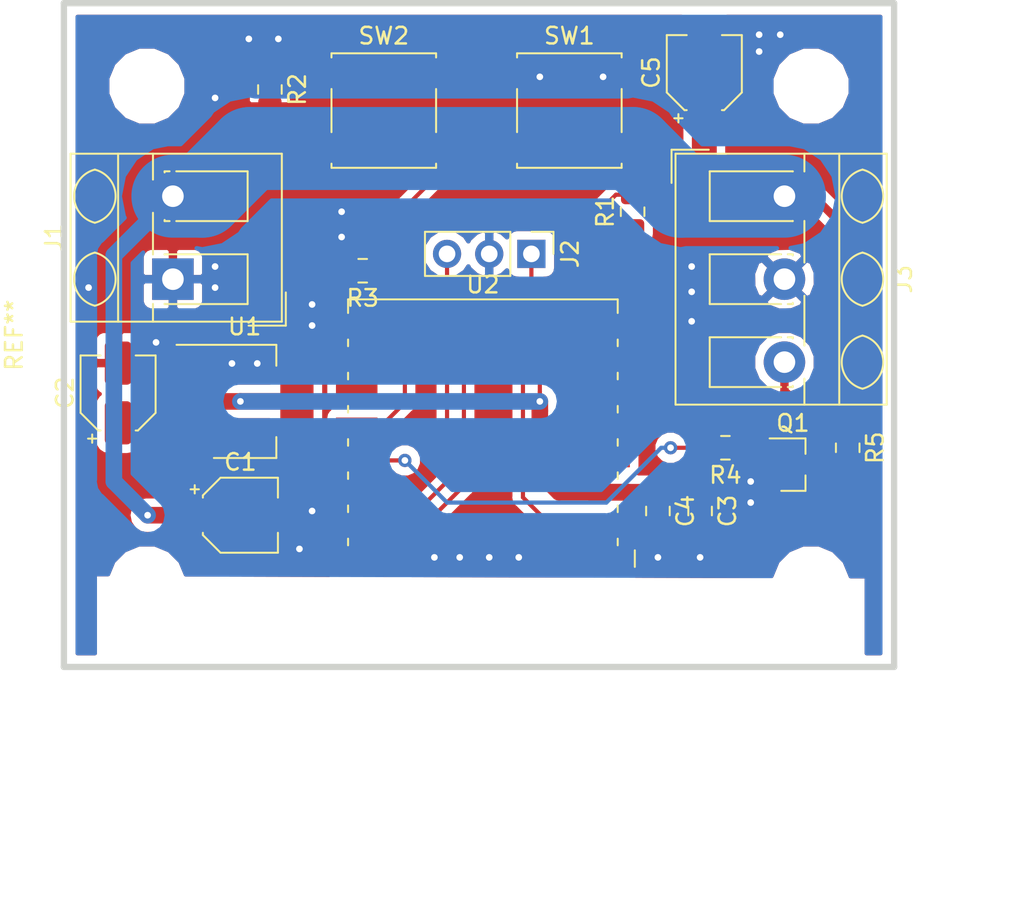
<source format=kicad_pcb>
(kicad_pcb (version 20171130) (host pcbnew "(5.1.0)-1")

  (general
    (thickness 1.6)
    (drawings 0)
    (tracks 125)
    (zones 0)
    (modules 19)
    (nets 13)
  )

  (page A4)
  (layers
    (0 F.Cu signal)
    (31 B.Cu signal)
    (32 B.Adhes user)
    (33 F.Adhes user)
    (34 B.Paste user)
    (35 F.Paste user)
    (36 B.SilkS user)
    (37 F.SilkS user)
    (38 B.Mask user)
    (39 F.Mask user)
    (40 Dwgs.User user)
    (41 Cmts.User user)
    (42 Eco1.User user)
    (43 Eco2.User user)
    (44 Edge.Cuts user)
    (45 Margin user)
    (46 B.CrtYd user)
    (47 F.CrtYd user)
    (48 B.Fab user)
    (49 F.Fab user)
  )

  (setup
    (last_trace_width 0.25)
    (user_trace_width 0.5)
    (user_trace_width 1)
    (user_trace_width 1.5)
    (user_trace_width 5)
    (trace_clearance 0.2)
    (zone_clearance 0.508)
    (zone_45_only no)
    (trace_min 0.2)
    (via_size 0.8)
    (via_drill 0.4)
    (via_min_size 0.4)
    (via_min_drill 0.3)
    (uvia_size 0.3)
    (uvia_drill 0.1)
    (uvias_allowed no)
    (uvia_min_size 0.2)
    (uvia_min_drill 0.1)
    (edge_width 0.15)
    (segment_width 0.2)
    (pcb_text_width 0.3)
    (pcb_text_size 1.5 1.5)
    (mod_edge_width 0.15)
    (mod_text_size 1 1)
    (mod_text_width 0.15)
    (pad_size 1.524 1.524)
    (pad_drill 0.762)
    (pad_to_mask_clearance 0.051)
    (solder_mask_min_width 0.25)
    (aux_axis_origin 0 0)
    (visible_elements 7FFFFFFF)
    (pcbplotparams
      (layerselection 0x010fc_ffffffff)
      (usegerberextensions false)
      (usegerberattributes false)
      (usegerberadvancedattributes false)
      (creategerberjobfile false)
      (excludeedgelayer true)
      (linewidth 0.100000)
      (plotframeref false)
      (viasonmask false)
      (mode 1)
      (useauxorigin false)
      (hpglpennumber 1)
      (hpglpenspeed 20)
      (hpglpendiameter 15.000000)
      (psnegative false)
      (psa4output false)
      (plotreference true)
      (plotvalue true)
      (plotinvisibletext false)
      (padsonsilk false)
      (subtractmaskfromsilk false)
      (outputformat 1)
      (mirror false)
      (drillshape 1)
      (scaleselection 1)
      (outputdirectory ""))
  )

  (net 0 "")
  (net 1 GND)
  (net 2 +5V)
  (net 3 +3V3)
  (net 4 "Net-(J2-Pad1)")
  (net 5 "Net-(J2-Pad3)")
  (net 6 "Net-(J3-Pad3)")
  (net 7 "Net-(Q1-Pad1)")
  (net 8 "Net-(R1-Pad2)")
  (net 9 "Net-(R2-Pad1)")
  (net 10 "Net-(R3-Pad1)")
  (net 11 "Net-(R4-Pad2)")
  (net 12 "Net-(SW2-Pad2)")

  (net_class Default "Dies ist die voreingestellte Netzklasse."
    (clearance 0.2)
    (trace_width 0.25)
    (via_dia 0.8)
    (via_drill 0.4)
    (uvia_dia 0.3)
    (uvia_drill 0.1)
    (add_net +3V3)
    (add_net +5V)
    (add_net GND)
    (add_net "Net-(J2-Pad1)")
    (add_net "Net-(J2-Pad3)")
    (add_net "Net-(J3-Pad3)")
    (add_net "Net-(Q1-Pad1)")
    (add_net "Net-(R1-Pad2)")
    (add_net "Net-(R2-Pad1)")
    (add_net "Net-(R3-Pad1)")
    (add_net "Net-(R4-Pad2)")
    (add_net "Net-(SW2-Pad2)")
  )

  (net_class HighCurrent ""
    (clearance 0.2)
    (trace_width 4)
    (via_dia 0.8)
    (via_drill 0.4)
    (uvia_dia 0.3)
    (uvia_drill 0.1)
  )

  (module TerminalBlock_RND:TerminalBlock_RND_205-00056_1x02_P5.00mm_45Degree (layer F.Cu) (tedit 5B294EF4) (tstamp 5C8EF05F)
    (at 114.046 98.552 90)
    (descr "terminal block RND 205-00056, 45Degree (cable under 45degree), 2 pins, pitch 5mm, size 10x12.6mm^2, drill diamater 1.3mm, pad diameter 2.5mm, see http://cdn-reichelt.de/documents/datenblatt/C151/RND_205-00056_DB_EN.pdf, script-generated with , script-generated using https://github.com/pointhi/kicad-footprint-generator/scripts/TerminalBlock_RND")
    (tags "THT terminal block RND 205-00056 45Degree pitch 5mm size 10x12.6mm^2 drill 1.3mm pad 2.5mm")
    (path /5C7D9D85)
    (fp_text reference J1 (at 2.5 -7.16 90) (layer F.SilkS)
      (effects (font (size 1 1) (thickness 0.15)))
    )
    (fp_text value Supply (at 2.5 7.56 90) (layer F.Fab)
      (effects (font (size 1 1) (thickness 0.15)))
    )
    (fp_arc (start 0 -4.301) (end 1.601 -4.7) (angle -151.999413) (layer F.Fab) (width 0.1))
    (fp_arc (start 0 -5.099) (end 1.6 -4.7) (angle 151.999413) (layer F.Fab) (width 0.1))
    (fp_arc (start 0 -4.301) (end 1.601 -4.7) (angle -151.999413) (layer F.SilkS) (width 0.12))
    (fp_arc (start 0 -5.099) (end 1.6 -4.7) (angle 151.999413) (layer F.SilkS) (width 0.12))
    (fp_arc (start 5 -4.301) (end 6.601 -4.7) (angle -151.999413) (layer F.Fab) (width 0.1))
    (fp_arc (start 5 -5.099) (end 6.6 -4.7) (angle 151.999413) (layer F.Fab) (width 0.1))
    (fp_arc (start 5 -4.301) (end 6.601 -4.7) (angle -151.999413) (layer F.SilkS) (width 0.12))
    (fp_arc (start 5 -5.099) (end 6.6 -4.7) (angle 151.999413) (layer F.SilkS) (width 0.12))
    (fp_line (start -2.5 -6.1) (end 7.5 -6.1) (layer F.Fab) (width 0.1))
    (fp_line (start 7.5 -6.1) (end 7.5 6.5) (layer F.Fab) (width 0.1))
    (fp_line (start 7.5 6.5) (end -0.5 6.5) (layer F.Fab) (width 0.1))
    (fp_line (start -0.5 6.5) (end -2.5 4.5) (layer F.Fab) (width 0.1))
    (fp_line (start -2.5 4.5) (end -2.5 -6.1) (layer F.Fab) (width 0.1))
    (fp_line (start -2.5 -1.2) (end 7.5 -1.2) (layer F.Fab) (width 0.1))
    (fp_line (start -2.56 -1.201) (end -1.49 -1.201) (layer F.SilkS) (width 0.12))
    (fp_line (start 1.49 -1.201) (end 4 -1.201) (layer F.SilkS) (width 0.12))
    (fp_line (start 6.001 -1.201) (end 7.56 -1.201) (layer F.SilkS) (width 0.12))
    (fp_line (start -2.5 -3.3) (end 7.5 -3.3) (layer F.Fab) (width 0.1))
    (fp_line (start -2.56 -3.301) (end 7.56 -3.301) (layer F.SilkS) (width 0.12))
    (fp_line (start -2.56 -6.16) (end 7.56 -6.16) (layer F.SilkS) (width 0.12))
    (fp_line (start -2.56 6.56) (end 7.56 6.56) (layer F.SilkS) (width 0.12))
    (fp_line (start -2.56 -6.16) (end -2.56 6.56) (layer F.SilkS) (width 0.12))
    (fp_line (start 7.56 -6.16) (end 7.56 6.56) (layer F.SilkS) (width 0.12))
    (fp_line (start -1.5 -0.5) (end -1.49 -0.5) (layer F.SilkS) (width 0.12))
    (fp_line (start 1.49 -0.5) (end 1.5 -0.5) (layer F.SilkS) (width 0.12))
    (fp_line (start -1.5 4.5) (end 1.5 4.5) (layer F.SilkS) (width 0.12))
    (fp_line (start -1.5 -0.5) (end -1.5 4.5) (layer F.SilkS) (width 0.12))
    (fp_line (start 1.5 -0.5) (end 1.5 4.5) (layer F.SilkS) (width 0.12))
    (fp_line (start -1.5 -0.5) (end -1.5 4.5) (layer F.Fab) (width 0.1))
    (fp_line (start -1.5 4.5) (end 1.5 4.5) (layer F.Fab) (width 0.1))
    (fp_line (start 1.5 4.5) (end 1.5 -0.5) (layer F.Fab) (width 0.1))
    (fp_line (start 1.5 -0.5) (end -1.5 -0.5) (layer F.Fab) (width 0.1))
    (fp_line (start 3.5 -0.5) (end 3.57 -0.5) (layer F.SilkS) (width 0.12))
    (fp_line (start 6.431 -0.5) (end 6.5 -0.5) (layer F.SilkS) (width 0.12))
    (fp_line (start 3.5 4.5) (end 6.5 4.5) (layer F.SilkS) (width 0.12))
    (fp_line (start 3.5 -0.5) (end 3.5 -0.202) (layer F.SilkS) (width 0.12))
    (fp_line (start 3.5 0.202) (end 3.5 4.5) (layer F.SilkS) (width 0.12))
    (fp_line (start 6.5 -0.5) (end 6.5 -0.202) (layer F.SilkS) (width 0.12))
    (fp_line (start 6.5 0.202) (end 6.5 4.5) (layer F.SilkS) (width 0.12))
    (fp_line (start 3.5 -0.5) (end 3.5 4.5) (layer F.Fab) (width 0.1))
    (fp_line (start 3.5 4.5) (end 6.5 4.5) (layer F.Fab) (width 0.1))
    (fp_line (start 6.5 4.5) (end 6.5 -0.5) (layer F.Fab) (width 0.1))
    (fp_line (start 6.5 -0.5) (end 3.5 -0.5) (layer F.Fab) (width 0.1))
    (fp_line (start -2.8 4.56) (end -2.8 6.8) (layer F.SilkS) (width 0.12))
    (fp_line (start -2.8 6.8) (end -0.8 6.8) (layer F.SilkS) (width 0.12))
    (fp_line (start -3 -6.6) (end -3 7) (layer F.CrtYd) (width 0.05))
    (fp_line (start -3 7) (end 8 7) (layer F.CrtYd) (width 0.05))
    (fp_line (start 8 7) (end 8 -6.6) (layer F.CrtYd) (width 0.05))
    (fp_line (start 8 -6.6) (end -3 -6.6) (layer F.CrtYd) (width 0.05))
    (fp_text user %R (at 2.5 -0.8 90) (layer F.Fab)
      (effects (font (size 1 1) (thickness 0.15)))
    )
    (pad 1 thru_hole rect (at 0 0 90) (size 2.5 2.5) (drill 1.3) (layers *.Cu *.Mask)
      (net 1 GND))
    (pad 2 thru_hole circle (at 5 0 90) (size 2.5 2.5) (drill 1.3) (layers *.Cu *.Mask)
      (net 2 +5V))
    (model ${KISYS3DMOD}/TerminalBlock_RND.3dshapes/TerminalBlock_RND_205-00056_1x02_P5.00mm_45Degree.wrl
      (at (xyz 0 0 0))
      (scale (xyz 1 1 1))
      (rotate (xyz 0 0 0))
    )
  )

  (module EuroBoard_Outline:EuroBoard_achtel_Type-I_40mmX50mm_holes (layer F.Cu) (tedit 0) (tstamp 5C8ECF40)
    (at 157.48 121.92 90)
    (descr "Outline, Eurocard 1/8, Type I,  40x50mm, with holes 3,5mm,")
    (tags "Outline, Eurocard 1/8, Type I, 40x50mm, with holes 3,5mm,")
    (fp_text reference REF** (at 19.99996 -52.99964 90) (layer F.SilkS)
      (effects (font (size 1 1) (thickness 0.15)))
    )
    (fp_text value EuroBoard_achtel_Type-I_40mmX50mm_holes (at 19.99996 7.00024 90) (layer F.Fab)
      (effects (font (size 1 1) (thickness 0.15)))
    )
    (fp_line (start 0 -49.9999) (end 0 0) (layer Edge.Cuts) (width 0.381))
    (fp_line (start 39.99992 -49.9999) (end 0 -49.9999) (layer Edge.Cuts) (width 0.381))
    (fp_line (start 39.99992 0) (end 39.99992 -49.9999) (layer Edge.Cuts) (width 0.381))
    (fp_line (start 0 0) (end 39.99992 0) (layer Edge.Cuts) (width 0.381))
    (pad "" np_thru_hole circle (at 35.0012 -5.00126 90) (size 3.50012 3.50012) (drill 3.50012) (layers *.Cu *.Mask))
    (pad "" np_thru_hole circle (at 35.0012 -45.00118 90) (size 3.50012 3.50012) (drill 3.50012) (layers *.Cu *.Mask))
    (pad "" np_thru_hole circle (at 5.00126 -45.00118 90) (size 3.50012 3.50012) (drill 3.50012) (layers *.Cu *.Mask))
    (pad "" np_thru_hole circle (at 5.00126 -5.00126 90) (size 3.50012 3.50012) (drill 3.50012) (layers *.Cu *.Mask))
  )

  (module Capacitor_SMD:CP_Elec_4x3.9 (layer F.Cu) (tedit 5BCA39CF) (tstamp 5C8A48E0)
    (at 118.11 112.776)
    (descr "SMD capacitor, aluminum electrolytic, Nichicon, 4.0x3.9mm")
    (tags "capacitor electrolytic")
    (path /5C7DA66D)
    (attr smd)
    (fp_text reference C1 (at 0 -3.2) (layer F.SilkS)
      (effects (font (size 1 1) (thickness 0.15)))
    )
    (fp_text value 10µF (at 0 3.2) (layer F.Fab)
      (effects (font (size 1 1) (thickness 0.15)))
    )
    (fp_text user %R (at 0 0) (layer F.Fab)
      (effects (font (size 0.8 0.8) (thickness 0.12)))
    )
    (fp_line (start -3.35 1.05) (end -2.4 1.05) (layer F.CrtYd) (width 0.05))
    (fp_line (start -3.35 -1.05) (end -3.35 1.05) (layer F.CrtYd) (width 0.05))
    (fp_line (start -2.4 -1.05) (end -3.35 -1.05) (layer F.CrtYd) (width 0.05))
    (fp_line (start -2.4 1.05) (end -2.4 1.25) (layer F.CrtYd) (width 0.05))
    (fp_line (start -2.4 -1.25) (end -2.4 -1.05) (layer F.CrtYd) (width 0.05))
    (fp_line (start -2.4 -1.25) (end -1.25 -2.4) (layer F.CrtYd) (width 0.05))
    (fp_line (start -2.4 1.25) (end -1.25 2.4) (layer F.CrtYd) (width 0.05))
    (fp_line (start -1.25 -2.4) (end 2.4 -2.4) (layer F.CrtYd) (width 0.05))
    (fp_line (start -1.25 2.4) (end 2.4 2.4) (layer F.CrtYd) (width 0.05))
    (fp_line (start 2.4 1.05) (end 2.4 2.4) (layer F.CrtYd) (width 0.05))
    (fp_line (start 3.35 1.05) (end 2.4 1.05) (layer F.CrtYd) (width 0.05))
    (fp_line (start 3.35 -1.05) (end 3.35 1.05) (layer F.CrtYd) (width 0.05))
    (fp_line (start 2.4 -1.05) (end 3.35 -1.05) (layer F.CrtYd) (width 0.05))
    (fp_line (start 2.4 -2.4) (end 2.4 -1.05) (layer F.CrtYd) (width 0.05))
    (fp_line (start -2.75 -1.81) (end -2.75 -1.31) (layer F.SilkS) (width 0.12))
    (fp_line (start -3 -1.56) (end -2.5 -1.56) (layer F.SilkS) (width 0.12))
    (fp_line (start -2.26 1.195563) (end -1.195563 2.26) (layer F.SilkS) (width 0.12))
    (fp_line (start -2.26 -1.195563) (end -1.195563 -2.26) (layer F.SilkS) (width 0.12))
    (fp_line (start -2.26 -1.195563) (end -2.26 -1.06) (layer F.SilkS) (width 0.12))
    (fp_line (start -2.26 1.195563) (end -2.26 1.06) (layer F.SilkS) (width 0.12))
    (fp_line (start -1.195563 2.26) (end 2.26 2.26) (layer F.SilkS) (width 0.12))
    (fp_line (start -1.195563 -2.26) (end 2.26 -2.26) (layer F.SilkS) (width 0.12))
    (fp_line (start 2.26 -2.26) (end 2.26 -1.06) (layer F.SilkS) (width 0.12))
    (fp_line (start 2.26 2.26) (end 2.26 1.06) (layer F.SilkS) (width 0.12))
    (fp_line (start -1.374773 -1.2) (end -1.374773 -0.8) (layer F.Fab) (width 0.1))
    (fp_line (start -1.574773 -1) (end -1.174773 -1) (layer F.Fab) (width 0.1))
    (fp_line (start -2.15 1.15) (end -1.15 2.15) (layer F.Fab) (width 0.1))
    (fp_line (start -2.15 -1.15) (end -1.15 -2.15) (layer F.Fab) (width 0.1))
    (fp_line (start -2.15 -1.15) (end -2.15 1.15) (layer F.Fab) (width 0.1))
    (fp_line (start -1.15 2.15) (end 2.15 2.15) (layer F.Fab) (width 0.1))
    (fp_line (start -1.15 -2.15) (end 2.15 -2.15) (layer F.Fab) (width 0.1))
    (fp_line (start 2.15 -2.15) (end 2.15 2.15) (layer F.Fab) (width 0.1))
    (fp_circle (center 0 0) (end 2 0) (layer F.Fab) (width 0.1))
    (pad 2 smd roundrect (at 1.8 0) (size 2.6 1.6) (layers F.Cu F.Paste F.Mask) (roundrect_rratio 0.15625)
      (net 1 GND))
    (pad 1 smd roundrect (at -1.8 0) (size 2.6 1.6) (layers F.Cu F.Paste F.Mask) (roundrect_rratio 0.15625)
      (net 2 +5V))
    (model ${KISYS3DMOD}/Capacitor_SMD.3dshapes/CP_Elec_4x3.9.wrl
      (at (xyz 0 0 0))
      (scale (xyz 1 1 1))
      (rotate (xyz 0 0 0))
    )
  )

  (module Capacitor_SMD:CP_Elec_4x3.9 (layer F.Cu) (tedit 5BCA39CF) (tstamp 5C8A4908)
    (at 110.744 105.41 90)
    (descr "SMD capacitor, aluminum electrolytic, Nichicon, 4.0x3.9mm")
    (tags "capacitor electrolytic")
    (path /5C7DA6BD)
    (attr smd)
    (fp_text reference C2 (at 0 -3.2 90) (layer F.SilkS)
      (effects (font (size 1 1) (thickness 0.15)))
    )
    (fp_text value 10µF (at 0 3.2 90) (layer F.Fab)
      (effects (font (size 1 1) (thickness 0.15)))
    )
    (fp_circle (center 0 0) (end 2 0) (layer F.Fab) (width 0.1))
    (fp_line (start 2.15 -2.15) (end 2.15 2.15) (layer F.Fab) (width 0.1))
    (fp_line (start -1.15 -2.15) (end 2.15 -2.15) (layer F.Fab) (width 0.1))
    (fp_line (start -1.15 2.15) (end 2.15 2.15) (layer F.Fab) (width 0.1))
    (fp_line (start -2.15 -1.15) (end -2.15 1.15) (layer F.Fab) (width 0.1))
    (fp_line (start -2.15 -1.15) (end -1.15 -2.15) (layer F.Fab) (width 0.1))
    (fp_line (start -2.15 1.15) (end -1.15 2.15) (layer F.Fab) (width 0.1))
    (fp_line (start -1.574773 -1) (end -1.174773 -1) (layer F.Fab) (width 0.1))
    (fp_line (start -1.374773 -1.2) (end -1.374773 -0.8) (layer F.Fab) (width 0.1))
    (fp_line (start 2.26 2.26) (end 2.26 1.06) (layer F.SilkS) (width 0.12))
    (fp_line (start 2.26 -2.26) (end 2.26 -1.06) (layer F.SilkS) (width 0.12))
    (fp_line (start -1.195563 -2.26) (end 2.26 -2.26) (layer F.SilkS) (width 0.12))
    (fp_line (start -1.195563 2.26) (end 2.26 2.26) (layer F.SilkS) (width 0.12))
    (fp_line (start -2.26 1.195563) (end -2.26 1.06) (layer F.SilkS) (width 0.12))
    (fp_line (start -2.26 -1.195563) (end -2.26 -1.06) (layer F.SilkS) (width 0.12))
    (fp_line (start -2.26 -1.195563) (end -1.195563 -2.26) (layer F.SilkS) (width 0.12))
    (fp_line (start -2.26 1.195563) (end -1.195563 2.26) (layer F.SilkS) (width 0.12))
    (fp_line (start -3 -1.56) (end -2.5 -1.56) (layer F.SilkS) (width 0.12))
    (fp_line (start -2.75 -1.81) (end -2.75 -1.31) (layer F.SilkS) (width 0.12))
    (fp_line (start 2.4 -2.4) (end 2.4 -1.05) (layer F.CrtYd) (width 0.05))
    (fp_line (start 2.4 -1.05) (end 3.35 -1.05) (layer F.CrtYd) (width 0.05))
    (fp_line (start 3.35 -1.05) (end 3.35 1.05) (layer F.CrtYd) (width 0.05))
    (fp_line (start 3.35 1.05) (end 2.4 1.05) (layer F.CrtYd) (width 0.05))
    (fp_line (start 2.4 1.05) (end 2.4 2.4) (layer F.CrtYd) (width 0.05))
    (fp_line (start -1.25 2.4) (end 2.4 2.4) (layer F.CrtYd) (width 0.05))
    (fp_line (start -1.25 -2.4) (end 2.4 -2.4) (layer F.CrtYd) (width 0.05))
    (fp_line (start -2.4 1.25) (end -1.25 2.4) (layer F.CrtYd) (width 0.05))
    (fp_line (start -2.4 -1.25) (end -1.25 -2.4) (layer F.CrtYd) (width 0.05))
    (fp_line (start -2.4 -1.25) (end -2.4 -1.05) (layer F.CrtYd) (width 0.05))
    (fp_line (start -2.4 1.05) (end -2.4 1.25) (layer F.CrtYd) (width 0.05))
    (fp_line (start -2.4 -1.05) (end -3.35 -1.05) (layer F.CrtYd) (width 0.05))
    (fp_line (start -3.35 -1.05) (end -3.35 1.05) (layer F.CrtYd) (width 0.05))
    (fp_line (start -3.35 1.05) (end -2.4 1.05) (layer F.CrtYd) (width 0.05))
    (fp_text user %R (at 0 0 90) (layer F.Fab)
      (effects (font (size 0.8 0.8) (thickness 0.12)))
    )
    (pad 1 smd roundrect (at -1.8 0 90) (size 2.6 1.6) (layers F.Cu F.Paste F.Mask) (roundrect_rratio 0.15625)
      (net 3 +3V3))
    (pad 2 smd roundrect (at 1.8 0 90) (size 2.6 1.6) (layers F.Cu F.Paste F.Mask) (roundrect_rratio 0.15625)
      (net 1 GND))
    (model ${KISYS3DMOD}/Capacitor_SMD.3dshapes/CP_Elec_4x3.9.wrl
      (at (xyz 0 0 0))
      (scale (xyz 1 1 1))
      (rotate (xyz 0 0 0))
    )
  )

  (module Capacitor_SMD:C_0805_2012Metric_Pad1.15x1.40mm_HandSolder (layer F.Cu) (tedit 5B36C52B) (tstamp 5C8A4941)
    (at 143.256 112.522 270)
    (descr "Capacitor SMD 0805 (2012 Metric), square (rectangular) end terminal, IPC_7351 nominal with elongated pad for handsoldering. (Body size source: https://docs.google.com/spreadsheets/d/1BsfQQcO9C6DZCsRaXUlFlo91Tg2WpOkGARC1WS5S8t0/edit?usp=sharing), generated with kicad-footprint-generator")
    (tags "capacitor handsolder")
    (path /5C7DA7BF)
    (attr smd)
    (fp_text reference C4 (at 0 -1.65 270) (layer F.SilkS)
      (effects (font (size 1 1) (thickness 0.15)))
    )
    (fp_text value 100nF (at -0.635 0.508 270) (layer F.Fab)
      (effects (font (size 1 1) (thickness 0.15)))
    )
    (fp_line (start -1 0.6) (end -1 -0.6) (layer F.Fab) (width 0.1))
    (fp_line (start -1 -0.6) (end 1 -0.6) (layer F.Fab) (width 0.1))
    (fp_line (start 1 -0.6) (end 1 0.6) (layer F.Fab) (width 0.1))
    (fp_line (start 1 0.6) (end -1 0.6) (layer F.Fab) (width 0.1))
    (fp_line (start -0.261252 -0.71) (end 0.261252 -0.71) (layer F.SilkS) (width 0.12))
    (fp_line (start -0.261252 0.71) (end 0.261252 0.71) (layer F.SilkS) (width 0.12))
    (fp_line (start -1.85 0.95) (end -1.85 -0.95) (layer F.CrtYd) (width 0.05))
    (fp_line (start -1.85 -0.95) (end 1.85 -0.95) (layer F.CrtYd) (width 0.05))
    (fp_line (start 1.85 -0.95) (end 1.85 0.95) (layer F.CrtYd) (width 0.05))
    (fp_line (start 1.85 0.95) (end -1.85 0.95) (layer F.CrtYd) (width 0.05))
    (fp_text user %R (at 0 0 270) (layer F.Fab)
      (effects (font (size 0.5 0.5) (thickness 0.08)))
    )
    (pad 1 smd roundrect (at -1.025 0 270) (size 1.15 1.4) (layers F.Cu F.Paste F.Mask) (roundrect_rratio 0.217391)
      (net 3 +3V3))
    (pad 2 smd roundrect (at 1.025 0 270) (size 1.15 1.4) (layers F.Cu F.Paste F.Mask) (roundrect_rratio 0.217391)
      (net 1 GND))
    (model ${KISYS3DMOD}/Capacitor_SMD.3dshapes/C_0805_2012Metric.wrl
      (at (xyz 0 0 0))
      (scale (xyz 1 1 1))
      (rotate (xyz 0 0 0))
    )
  )

  (module Capacitor_SMD:CP_Elec_4x3.9 (layer F.Cu) (tedit 5BCA39CF) (tstamp 5C8A4969)
    (at 146.05 86.106 90)
    (descr "SMD capacitor, aluminum electrolytic, Nichicon, 4.0x3.9mm")
    (tags "capacitor electrolytic")
    (path /5C7DA975)
    (attr smd)
    (fp_text reference C5 (at 0 -3.2 90) (layer F.SilkS)
      (effects (font (size 1 1) (thickness 0.15)))
    )
    (fp_text value 10µF (at 0 3.2 90) (layer F.Fab)
      (effects (font (size 1 1) (thickness 0.15)))
    )
    (fp_circle (center 0 0) (end 2 0) (layer F.Fab) (width 0.1))
    (fp_line (start 2.15 -2.15) (end 2.15 2.15) (layer F.Fab) (width 0.1))
    (fp_line (start -1.15 -2.15) (end 2.15 -2.15) (layer F.Fab) (width 0.1))
    (fp_line (start -1.15 2.15) (end 2.15 2.15) (layer F.Fab) (width 0.1))
    (fp_line (start -2.15 -1.15) (end -2.15 1.15) (layer F.Fab) (width 0.1))
    (fp_line (start -2.15 -1.15) (end -1.15 -2.15) (layer F.Fab) (width 0.1))
    (fp_line (start -2.15 1.15) (end -1.15 2.15) (layer F.Fab) (width 0.1))
    (fp_line (start -1.574773 -1) (end -1.174773 -1) (layer F.Fab) (width 0.1))
    (fp_line (start -1.374773 -1.2) (end -1.374773 -0.8) (layer F.Fab) (width 0.1))
    (fp_line (start 2.26 2.26) (end 2.26 1.06) (layer F.SilkS) (width 0.12))
    (fp_line (start 2.26 -2.26) (end 2.26 -1.06) (layer F.SilkS) (width 0.12))
    (fp_line (start -1.195563 -2.26) (end 2.26 -2.26) (layer F.SilkS) (width 0.12))
    (fp_line (start -1.195563 2.26) (end 2.26 2.26) (layer F.SilkS) (width 0.12))
    (fp_line (start -2.26 1.195563) (end -2.26 1.06) (layer F.SilkS) (width 0.12))
    (fp_line (start -2.26 -1.195563) (end -2.26 -1.06) (layer F.SilkS) (width 0.12))
    (fp_line (start -2.26 -1.195563) (end -1.195563 -2.26) (layer F.SilkS) (width 0.12))
    (fp_line (start -2.26 1.195563) (end -1.195563 2.26) (layer F.SilkS) (width 0.12))
    (fp_line (start -3 -1.56) (end -2.5 -1.56) (layer F.SilkS) (width 0.12))
    (fp_line (start -2.75 -1.81) (end -2.75 -1.31) (layer F.SilkS) (width 0.12))
    (fp_line (start 2.4 -2.4) (end 2.4 -1.05) (layer F.CrtYd) (width 0.05))
    (fp_line (start 2.4 -1.05) (end 3.35 -1.05) (layer F.CrtYd) (width 0.05))
    (fp_line (start 3.35 -1.05) (end 3.35 1.05) (layer F.CrtYd) (width 0.05))
    (fp_line (start 3.35 1.05) (end 2.4 1.05) (layer F.CrtYd) (width 0.05))
    (fp_line (start 2.4 1.05) (end 2.4 2.4) (layer F.CrtYd) (width 0.05))
    (fp_line (start -1.25 2.4) (end 2.4 2.4) (layer F.CrtYd) (width 0.05))
    (fp_line (start -1.25 -2.4) (end 2.4 -2.4) (layer F.CrtYd) (width 0.05))
    (fp_line (start -2.4 1.25) (end -1.25 2.4) (layer F.CrtYd) (width 0.05))
    (fp_line (start -2.4 -1.25) (end -1.25 -2.4) (layer F.CrtYd) (width 0.05))
    (fp_line (start -2.4 -1.25) (end -2.4 -1.05) (layer F.CrtYd) (width 0.05))
    (fp_line (start -2.4 1.05) (end -2.4 1.25) (layer F.CrtYd) (width 0.05))
    (fp_line (start -2.4 -1.05) (end -3.35 -1.05) (layer F.CrtYd) (width 0.05))
    (fp_line (start -3.35 -1.05) (end -3.35 1.05) (layer F.CrtYd) (width 0.05))
    (fp_line (start -3.35 1.05) (end -2.4 1.05) (layer F.CrtYd) (width 0.05))
    (fp_text user %R (at 0 0 90) (layer F.Fab)
      (effects (font (size 0.8 0.8) (thickness 0.12)))
    )
    (pad 1 smd roundrect (at -1.8 0 90) (size 2.6 1.6) (layers F.Cu F.Paste F.Mask) (roundrect_rratio 0.15625)
      (net 2 +5V))
    (pad 2 smd roundrect (at 1.8 0 90) (size 2.6 1.6) (layers F.Cu F.Paste F.Mask) (roundrect_rratio 0.15625)
      (net 1 GND))
    (model ${KISYS3DMOD}/Capacitor_SMD.3dshapes/CP_Elec_4x3.9.wrl
      (at (xyz 0 0 0))
      (scale (xyz 1 1 1))
      (rotate (xyz 0 0 0))
    )
  )

  (module Connector_PinHeader_2.54mm:PinHeader_1x03_P2.54mm_Vertical (layer F.Cu) (tedit 59FED5CC) (tstamp 5C8A49B8)
    (at 135.636 97.028 270)
    (descr "Through hole straight pin header, 1x03, 2.54mm pitch, single row")
    (tags "Through hole pin header THT 1x03 2.54mm single row")
    (path /5C7E00CE)
    (fp_text reference J2 (at 0 -2.33 270) (layer F.SilkS)
      (effects (font (size 1 1) (thickness 0.15)))
    )
    (fp_text value Serial (at 0 7.41 270) (layer F.Fab)
      (effects (font (size 1 1) (thickness 0.15)))
    )
    (fp_line (start -0.635 -1.27) (end 1.27 -1.27) (layer F.Fab) (width 0.1))
    (fp_line (start 1.27 -1.27) (end 1.27 6.35) (layer F.Fab) (width 0.1))
    (fp_line (start 1.27 6.35) (end -1.27 6.35) (layer F.Fab) (width 0.1))
    (fp_line (start -1.27 6.35) (end -1.27 -0.635) (layer F.Fab) (width 0.1))
    (fp_line (start -1.27 -0.635) (end -0.635 -1.27) (layer F.Fab) (width 0.1))
    (fp_line (start -1.33 6.41) (end 1.33 6.41) (layer F.SilkS) (width 0.12))
    (fp_line (start -1.33 1.27) (end -1.33 6.41) (layer F.SilkS) (width 0.12))
    (fp_line (start 1.33 1.27) (end 1.33 6.41) (layer F.SilkS) (width 0.12))
    (fp_line (start -1.33 1.27) (end 1.33 1.27) (layer F.SilkS) (width 0.12))
    (fp_line (start -1.33 0) (end -1.33 -1.33) (layer F.SilkS) (width 0.12))
    (fp_line (start -1.33 -1.33) (end 0 -1.33) (layer F.SilkS) (width 0.12))
    (fp_line (start -1.8 -1.8) (end -1.8 6.85) (layer F.CrtYd) (width 0.05))
    (fp_line (start -1.8 6.85) (end 1.8 6.85) (layer F.CrtYd) (width 0.05))
    (fp_line (start 1.8 6.85) (end 1.8 -1.8) (layer F.CrtYd) (width 0.05))
    (fp_line (start 1.8 -1.8) (end -1.8 -1.8) (layer F.CrtYd) (width 0.05))
    (fp_text user %R (at 0 2.54) (layer F.Fab)
      (effects (font (size 1 1) (thickness 0.15)))
    )
    (pad 1 thru_hole rect (at 0 0 270) (size 1.7 1.7) (drill 1) (layers *.Cu *.Mask)
      (net 4 "Net-(J2-Pad1)"))
    (pad 2 thru_hole oval (at 0 2.54 270) (size 1.7 1.7) (drill 1) (layers *.Cu *.Mask)
      (net 1 GND))
    (pad 3 thru_hole oval (at 0 5.08 270) (size 1.7 1.7) (drill 1) (layers *.Cu *.Mask)
      (net 5 "Net-(J2-Pad3)"))
    (model ${KISYS3DMOD}/Connector_PinHeader_2.54mm.3dshapes/PinHeader_1x03_P2.54mm_Vertical.wrl
      (at (xyz 0 0 0))
      (scale (xyz 1 1 1))
      (rotate (xyz 0 0 0))
    )
  )

  (module TerminalBlock_RND:TerminalBlock_RND_205-00057_1x03_P5.00mm_45Degree (layer F.Cu) (tedit 5B294EF4) (tstamp 5C8A4A01)
    (at 150.876 93.552 270)
    (descr "terminal block RND 205-00057, 45Degree (cable under 45degree), 3 pins, pitch 5mm, size 15x12.6mm^2, drill diamater 1.3mm, pad diameter 2.5mm, see http://cdn-reichelt.de/documents/datenblatt/C151/RND_205-00056_DB_EN.pdf, script-generated with , script-generated using https://github.com/pointhi/kicad-footprint-generator/scripts/TerminalBlock_RND")
    (tags "THT terminal block RND 205-00057 45Degree pitch 5mm size 15x12.6mm^2 drill 1.3mm pad 2.5mm")
    (path /5C7D9E5E)
    (fp_text reference J3 (at 5 -7.16 270) (layer F.SilkS)
      (effects (font (size 1 1) (thickness 0.15)))
    )
    (fp_text value LED_Strip (at 5 7.56 270) (layer F.Fab)
      (effects (font (size 1 1) (thickness 0.15)))
    )
    (fp_arc (start 0 -4.301) (end 1.601 -4.7) (angle -151.999413) (layer F.Fab) (width 0.1))
    (fp_arc (start 0 -5.099) (end 1.6 -4.7) (angle 151.999413) (layer F.Fab) (width 0.1))
    (fp_arc (start 0 -4.301) (end 1.601 -4.7) (angle -151.999413) (layer F.SilkS) (width 0.12))
    (fp_arc (start 0 -5.099) (end 1.6 -4.7) (angle 151.999413) (layer F.SilkS) (width 0.12))
    (fp_arc (start 5 -4.301) (end 6.601 -4.7) (angle -151.999413) (layer F.Fab) (width 0.1))
    (fp_arc (start 5 -5.099) (end 6.6 -4.7) (angle 151.999413) (layer F.Fab) (width 0.1))
    (fp_arc (start 5 -4.301) (end 6.601 -4.7) (angle -151.999413) (layer F.SilkS) (width 0.12))
    (fp_arc (start 5 -5.099) (end 6.6 -4.7) (angle 151.999413) (layer F.SilkS) (width 0.12))
    (fp_arc (start 10 -4.301) (end 11.601 -4.7) (angle -151.999413) (layer F.Fab) (width 0.1))
    (fp_arc (start 10 -5.099) (end 11.6 -4.7) (angle 151.999413) (layer F.Fab) (width 0.1))
    (fp_arc (start 10 -4.301) (end 11.601 -4.7) (angle -151.999413) (layer F.SilkS) (width 0.12))
    (fp_arc (start 10 -5.099) (end 11.6 -4.7) (angle 151.999413) (layer F.SilkS) (width 0.12))
    (fp_line (start -2.5 -6.1) (end 12.5 -6.1) (layer F.Fab) (width 0.1))
    (fp_line (start 12.5 -6.1) (end 12.5 6.5) (layer F.Fab) (width 0.1))
    (fp_line (start 12.5 6.5) (end -0.5 6.5) (layer F.Fab) (width 0.1))
    (fp_line (start -0.5 6.5) (end -2.5 4.5) (layer F.Fab) (width 0.1))
    (fp_line (start -2.5 4.5) (end -2.5 -6.1) (layer F.Fab) (width 0.1))
    (fp_line (start -2.5 -1.2) (end 12.5 -1.2) (layer F.Fab) (width 0.1))
    (fp_line (start -2.56 -1.201) (end -1.49 -1.201) (layer F.SilkS) (width 0.12))
    (fp_line (start 1.49 -1.201) (end 4 -1.201) (layer F.SilkS) (width 0.12))
    (fp_line (start 6.001 -1.201) (end 9 -1.201) (layer F.SilkS) (width 0.12))
    (fp_line (start 11.001 -1.201) (end 12.56 -1.201) (layer F.SilkS) (width 0.12))
    (fp_line (start -2.5 -3.3) (end 12.5 -3.3) (layer F.Fab) (width 0.1))
    (fp_line (start -2.56 -3.301) (end 12.56 -3.301) (layer F.SilkS) (width 0.12))
    (fp_line (start -2.56 -6.16) (end 12.56 -6.16) (layer F.SilkS) (width 0.12))
    (fp_line (start -2.56 6.56) (end 12.56 6.56) (layer F.SilkS) (width 0.12))
    (fp_line (start -2.56 -6.16) (end -2.56 6.56) (layer F.SilkS) (width 0.12))
    (fp_line (start 12.56 -6.16) (end 12.56 6.56) (layer F.SilkS) (width 0.12))
    (fp_line (start -1.5 -0.5) (end -1.49 -0.5) (layer F.SilkS) (width 0.12))
    (fp_line (start 1.49 -0.5) (end 1.5 -0.5) (layer F.SilkS) (width 0.12))
    (fp_line (start -1.5 4.5) (end 1.5 4.5) (layer F.SilkS) (width 0.12))
    (fp_line (start -1.5 -0.5) (end -1.5 4.5) (layer F.SilkS) (width 0.12))
    (fp_line (start 1.5 -0.5) (end 1.5 4.5) (layer F.SilkS) (width 0.12))
    (fp_line (start -1.5 -0.5) (end -1.5 4.5) (layer F.Fab) (width 0.1))
    (fp_line (start -1.5 4.5) (end 1.5 4.5) (layer F.Fab) (width 0.1))
    (fp_line (start 1.5 4.5) (end 1.5 -0.5) (layer F.Fab) (width 0.1))
    (fp_line (start 1.5 -0.5) (end -1.5 -0.5) (layer F.Fab) (width 0.1))
    (fp_line (start 3.5 -0.5) (end 3.57 -0.5) (layer F.SilkS) (width 0.12))
    (fp_line (start 6.431 -0.5) (end 6.5 -0.5) (layer F.SilkS) (width 0.12))
    (fp_line (start 3.5 4.5) (end 6.5 4.5) (layer F.SilkS) (width 0.12))
    (fp_line (start 3.5 -0.5) (end 3.5 -0.202) (layer F.SilkS) (width 0.12))
    (fp_line (start 3.5 0.202) (end 3.5 4.5) (layer F.SilkS) (width 0.12))
    (fp_line (start 6.5 -0.5) (end 6.5 -0.202) (layer F.SilkS) (width 0.12))
    (fp_line (start 6.5 0.202) (end 6.5 4.5) (layer F.SilkS) (width 0.12))
    (fp_line (start 3.5 -0.5) (end 3.5 4.5) (layer F.Fab) (width 0.1))
    (fp_line (start 3.5 4.5) (end 6.5 4.5) (layer F.Fab) (width 0.1))
    (fp_line (start 6.5 4.5) (end 6.5 -0.5) (layer F.Fab) (width 0.1))
    (fp_line (start 6.5 -0.5) (end 3.5 -0.5) (layer F.Fab) (width 0.1))
    (fp_line (start 8.5 -0.5) (end 8.57 -0.5) (layer F.SilkS) (width 0.12))
    (fp_line (start 11.431 -0.5) (end 11.5 -0.5) (layer F.SilkS) (width 0.12))
    (fp_line (start 8.5 4.5) (end 11.5 4.5) (layer F.SilkS) (width 0.12))
    (fp_line (start 8.5 -0.5) (end 8.5 -0.202) (layer F.SilkS) (width 0.12))
    (fp_line (start 8.5 0.202) (end 8.5 4.5) (layer F.SilkS) (width 0.12))
    (fp_line (start 11.5 -0.5) (end 11.5 -0.202) (layer F.SilkS) (width 0.12))
    (fp_line (start 11.5 0.202) (end 11.5 4.5) (layer F.SilkS) (width 0.12))
    (fp_line (start 8.5 -0.5) (end 8.5 4.5) (layer F.Fab) (width 0.1))
    (fp_line (start 8.5 4.5) (end 11.5 4.5) (layer F.Fab) (width 0.1))
    (fp_line (start 11.5 4.5) (end 11.5 -0.5) (layer F.Fab) (width 0.1))
    (fp_line (start 11.5 -0.5) (end 8.5 -0.5) (layer F.Fab) (width 0.1))
    (fp_line (start -2.8 4.56) (end -2.8 6.8) (layer F.SilkS) (width 0.12))
    (fp_line (start -2.8 6.8) (end -0.8 6.8) (layer F.SilkS) (width 0.12))
    (fp_line (start -3 -6.6) (end -3 7) (layer F.CrtYd) (width 0.05))
    (fp_line (start -3 7) (end 13 7) (layer F.CrtYd) (width 0.05))
    (fp_line (start 13 7) (end 13 -6.6) (layer F.CrtYd) (width 0.05))
    (fp_line (start 13 -6.6) (end -3 -6.6) (layer F.CrtYd) (width 0.05))
    (fp_text user %R (at 5 -0.8 270) (layer F.Fab)
      (effects (font (size 1 1) (thickness 0.15)))
    )
    (pad 1 thru_hole rect (at 0 0 270) (size 2.5 2.5) (drill 1.3) (layers *.Cu *.Mask)
      (net 2 +5V))
    (pad 2 thru_hole circle (at 5 0 270) (size 2.5 2.5) (drill 1.3) (layers *.Cu *.Mask)
      (net 1 GND))
    (pad 3 thru_hole circle (at 10 0 270) (size 2.5 2.5) (drill 1.3) (layers *.Cu *.Mask)
      (net 6 "Net-(J3-Pad3)"))
    (model ${KISYS3DMOD}/TerminalBlock_RND.3dshapes/TerminalBlock_RND_205-00057_1x03_P5.00mm_45Degree.wrl
      (at (xyz 0 0 0))
      (scale (xyz 1 1 1))
      (rotate (xyz 0 0 0))
    )
  )

  (module Package_TO_SOT_SMD:SOT-23 (layer F.Cu) (tedit 5A02FF57) (tstamp 5C8A4A16)
    (at 151.384 109.728)
    (descr "SOT-23, Standard")
    (tags SOT-23)
    (path /5C7F1296)
    (attr smd)
    (fp_text reference Q1 (at 0 -2.5) (layer F.SilkS)
      (effects (font (size 1 1) (thickness 0.15)))
    )
    (fp_text value BC817 (at 0 2.5) (layer F.Fab)
      (effects (font (size 1 1) (thickness 0.15)))
    )
    (fp_text user %R (at 0 0 90) (layer F.Fab)
      (effects (font (size 0.5 0.5) (thickness 0.075)))
    )
    (fp_line (start -0.7 -0.95) (end -0.7 1.5) (layer F.Fab) (width 0.1))
    (fp_line (start -0.15 -1.52) (end 0.7 -1.52) (layer F.Fab) (width 0.1))
    (fp_line (start -0.7 -0.95) (end -0.15 -1.52) (layer F.Fab) (width 0.1))
    (fp_line (start 0.7 -1.52) (end 0.7 1.52) (layer F.Fab) (width 0.1))
    (fp_line (start -0.7 1.52) (end 0.7 1.52) (layer F.Fab) (width 0.1))
    (fp_line (start 0.76 1.58) (end 0.76 0.65) (layer F.SilkS) (width 0.12))
    (fp_line (start 0.76 -1.58) (end 0.76 -0.65) (layer F.SilkS) (width 0.12))
    (fp_line (start -1.7 -1.75) (end 1.7 -1.75) (layer F.CrtYd) (width 0.05))
    (fp_line (start 1.7 -1.75) (end 1.7 1.75) (layer F.CrtYd) (width 0.05))
    (fp_line (start 1.7 1.75) (end -1.7 1.75) (layer F.CrtYd) (width 0.05))
    (fp_line (start -1.7 1.75) (end -1.7 -1.75) (layer F.CrtYd) (width 0.05))
    (fp_line (start 0.76 -1.58) (end -1.4 -1.58) (layer F.SilkS) (width 0.12))
    (fp_line (start 0.76 1.58) (end -0.7 1.58) (layer F.SilkS) (width 0.12))
    (pad 1 smd rect (at -1 -0.95) (size 0.9 0.8) (layers F.Cu F.Paste F.Mask)
      (net 7 "Net-(Q1-Pad1)"))
    (pad 2 smd rect (at -1 0.95) (size 0.9 0.8) (layers F.Cu F.Paste F.Mask)
      (net 1 GND))
    (pad 3 smd rect (at 1 0) (size 0.9 0.8) (layers F.Cu F.Paste F.Mask)
      (net 6 "Net-(J3-Pad3)"))
    (model ${KISYS3DMOD}/Package_TO_SOT_SMD.3dshapes/SOT-23.wrl
      (at (xyz 0 0 0))
      (scale (xyz 1 1 1))
      (rotate (xyz 0 0 0))
    )
  )

  (module Resistor_SMD:R_0805_2012Metric_Pad1.15x1.40mm_HandSolder (layer F.Cu) (tedit 5B36C52B) (tstamp 5C8A4A27)
    (at 141.732 94.488 90)
    (descr "Resistor SMD 0805 (2012 Metric), square (rectangular) end terminal, IPC_7351 nominal with elongated pad for handsoldering. (Body size source: https://docs.google.com/spreadsheets/d/1BsfQQcO9C6DZCsRaXUlFlo91Tg2WpOkGARC1WS5S8t0/edit?usp=sharing), generated with kicad-footprint-generator")
    (tags "resistor handsolder")
    (path /5C7DC916)
    (attr smd)
    (fp_text reference R1 (at 0 -1.65 90) (layer F.SilkS)
      (effects (font (size 1 1) (thickness 0.15)))
    )
    (fp_text value 10k (at 0 1.65 90) (layer F.Fab)
      (effects (font (size 1 1) (thickness 0.15)))
    )
    (fp_line (start -1 0.6) (end -1 -0.6) (layer F.Fab) (width 0.1))
    (fp_line (start -1 -0.6) (end 1 -0.6) (layer F.Fab) (width 0.1))
    (fp_line (start 1 -0.6) (end 1 0.6) (layer F.Fab) (width 0.1))
    (fp_line (start 1 0.6) (end -1 0.6) (layer F.Fab) (width 0.1))
    (fp_line (start -0.261252 -0.71) (end 0.261252 -0.71) (layer F.SilkS) (width 0.12))
    (fp_line (start -0.261252 0.71) (end 0.261252 0.71) (layer F.SilkS) (width 0.12))
    (fp_line (start -1.85 0.95) (end -1.85 -0.95) (layer F.CrtYd) (width 0.05))
    (fp_line (start -1.85 -0.95) (end 1.85 -0.95) (layer F.CrtYd) (width 0.05))
    (fp_line (start 1.85 -0.95) (end 1.85 0.95) (layer F.CrtYd) (width 0.05))
    (fp_line (start 1.85 0.95) (end -1.85 0.95) (layer F.CrtYd) (width 0.05))
    (fp_text user %R (at 0 0 90) (layer F.Fab)
      (effects (font (size 0.5 0.5) (thickness 0.08)))
    )
    (pad 1 smd roundrect (at -1.025 0 90) (size 1.15 1.4) (layers F.Cu F.Paste F.Mask) (roundrect_rratio 0.217391)
      (net 3 +3V3))
    (pad 2 smd roundrect (at 1.025 0 90) (size 1.15 1.4) (layers F.Cu F.Paste F.Mask) (roundrect_rratio 0.217391)
      (net 8 "Net-(R1-Pad2)"))
    (model ${KISYS3DMOD}/Resistor_SMD.3dshapes/R_0805_2012Metric.wrl
      (at (xyz 0 0 0))
      (scale (xyz 1 1 1))
      (rotate (xyz 0 0 0))
    )
  )

  (module Resistor_SMD:R_0805_2012Metric_Pad1.15x1.40mm_HandSolder (layer F.Cu) (tedit 5B36C52B) (tstamp 5C8A4A38)
    (at 119.888 87.122 270)
    (descr "Resistor SMD 0805 (2012 Metric), square (rectangular) end terminal, IPC_7351 nominal with elongated pad for handsoldering. (Body size source: https://docs.google.com/spreadsheets/d/1BsfQQcO9C6DZCsRaXUlFlo91Tg2WpOkGARC1WS5S8t0/edit?usp=sharing), generated with kicad-footprint-generator")
    (tags "resistor handsolder")
    (path /5C7DE06D)
    (attr smd)
    (fp_text reference R2 (at 0 -1.65 270) (layer F.SilkS)
      (effects (font (size 1 1) (thickness 0.15)))
    )
    (fp_text value 4k7 (at 0 1.65 270) (layer F.Fab)
      (effects (font (size 1 1) (thickness 0.15)))
    )
    (fp_text user %R (at 0 0 270) (layer F.Fab)
      (effects (font (size 0.5 0.5) (thickness 0.08)))
    )
    (fp_line (start 1.85 0.95) (end -1.85 0.95) (layer F.CrtYd) (width 0.05))
    (fp_line (start 1.85 -0.95) (end 1.85 0.95) (layer F.CrtYd) (width 0.05))
    (fp_line (start -1.85 -0.95) (end 1.85 -0.95) (layer F.CrtYd) (width 0.05))
    (fp_line (start -1.85 0.95) (end -1.85 -0.95) (layer F.CrtYd) (width 0.05))
    (fp_line (start -0.261252 0.71) (end 0.261252 0.71) (layer F.SilkS) (width 0.12))
    (fp_line (start -0.261252 -0.71) (end 0.261252 -0.71) (layer F.SilkS) (width 0.12))
    (fp_line (start 1 0.6) (end -1 0.6) (layer F.Fab) (width 0.1))
    (fp_line (start 1 -0.6) (end 1 0.6) (layer F.Fab) (width 0.1))
    (fp_line (start -1 -0.6) (end 1 -0.6) (layer F.Fab) (width 0.1))
    (fp_line (start -1 0.6) (end -1 -0.6) (layer F.Fab) (width 0.1))
    (pad 2 smd roundrect (at 1.025 0 270) (size 1.15 1.4) (layers F.Cu F.Paste F.Mask) (roundrect_rratio 0.217391)
      (net 1 GND))
    (pad 1 smd roundrect (at -1.025 0 270) (size 1.15 1.4) (layers F.Cu F.Paste F.Mask) (roundrect_rratio 0.217391)
      (net 9 "Net-(R2-Pad1)"))
    (model ${KISYS3DMOD}/Resistor_SMD.3dshapes/R_0805_2012Metric.wrl
      (at (xyz 0 0 0))
      (scale (xyz 1 1 1))
      (rotate (xyz 0 0 0))
    )
  )

  (module Resistor_SMD:R_0805_2012Metric_Pad1.15x1.40mm_HandSolder (layer F.Cu) (tedit 5B36C52B) (tstamp 5C8A4A49)
    (at 125.476 98.044 180)
    (descr "Resistor SMD 0805 (2012 Metric), square (rectangular) end terminal, IPC_7351 nominal with elongated pad for handsoldering. (Body size source: https://docs.google.com/spreadsheets/d/1BsfQQcO9C6DZCsRaXUlFlo91Tg2WpOkGARC1WS5S8t0/edit?usp=sharing), generated with kicad-footprint-generator")
    (tags "resistor handsolder")
    (path /5C7DF2BD)
    (attr smd)
    (fp_text reference R3 (at 0 -1.65 180) (layer F.SilkS)
      (effects (font (size 1 1) (thickness 0.15)))
    )
    (fp_text value 4k7 (at 0 1.65 180) (layer F.Fab)
      (effects (font (size 1 1) (thickness 0.15)))
    )
    (fp_line (start -1 0.6) (end -1 -0.6) (layer F.Fab) (width 0.1))
    (fp_line (start -1 -0.6) (end 1 -0.6) (layer F.Fab) (width 0.1))
    (fp_line (start 1 -0.6) (end 1 0.6) (layer F.Fab) (width 0.1))
    (fp_line (start 1 0.6) (end -1 0.6) (layer F.Fab) (width 0.1))
    (fp_line (start -0.261252 -0.71) (end 0.261252 -0.71) (layer F.SilkS) (width 0.12))
    (fp_line (start -0.261252 0.71) (end 0.261252 0.71) (layer F.SilkS) (width 0.12))
    (fp_line (start -1.85 0.95) (end -1.85 -0.95) (layer F.CrtYd) (width 0.05))
    (fp_line (start -1.85 -0.95) (end 1.85 -0.95) (layer F.CrtYd) (width 0.05))
    (fp_line (start 1.85 -0.95) (end 1.85 0.95) (layer F.CrtYd) (width 0.05))
    (fp_line (start 1.85 0.95) (end -1.85 0.95) (layer F.CrtYd) (width 0.05))
    (fp_text user %R (at 0 0 180) (layer F.Fab)
      (effects (font (size 0.5 0.5) (thickness 0.08)))
    )
    (pad 1 smd roundrect (at -1.025 0 180) (size 1.15 1.4) (layers F.Cu F.Paste F.Mask) (roundrect_rratio 0.217391)
      (net 10 "Net-(R3-Pad1)"))
    (pad 2 smd roundrect (at 1.025 0 180) (size 1.15 1.4) (layers F.Cu F.Paste F.Mask) (roundrect_rratio 0.217391)
      (net 1 GND))
    (model ${KISYS3DMOD}/Resistor_SMD.3dshapes/R_0805_2012Metric.wrl
      (at (xyz 0 0 0))
      (scale (xyz 1 1 1))
      (rotate (xyz 0 0 0))
    )
  )

  (module Resistor_SMD:R_0805_2012Metric_Pad1.15x1.40mm_HandSolder (layer F.Cu) (tedit 5B36C52B) (tstamp 5C8A4A5A)
    (at 147.32 108.712 180)
    (descr "Resistor SMD 0805 (2012 Metric), square (rectangular) end terminal, IPC_7351 nominal with elongated pad for handsoldering. (Body size source: https://docs.google.com/spreadsheets/d/1BsfQQcO9C6DZCsRaXUlFlo91Tg2WpOkGARC1WS5S8t0/edit?usp=sharing), generated with kicad-footprint-generator")
    (tags "resistor handsolder")
    (path /5C803AD8)
    (attr smd)
    (fp_text reference R4 (at 0 -1.65 180) (layer F.SilkS)
      (effects (font (size 1 1) (thickness 0.15)))
    )
    (fp_text value 10k (at 0 1.65 180) (layer F.Fab)
      (effects (font (size 1 1) (thickness 0.15)))
    )
    (fp_line (start -1 0.6) (end -1 -0.6) (layer F.Fab) (width 0.1))
    (fp_line (start -1 -0.6) (end 1 -0.6) (layer F.Fab) (width 0.1))
    (fp_line (start 1 -0.6) (end 1 0.6) (layer F.Fab) (width 0.1))
    (fp_line (start 1 0.6) (end -1 0.6) (layer F.Fab) (width 0.1))
    (fp_line (start -0.261252 -0.71) (end 0.261252 -0.71) (layer F.SilkS) (width 0.12))
    (fp_line (start -0.261252 0.71) (end 0.261252 0.71) (layer F.SilkS) (width 0.12))
    (fp_line (start -1.85 0.95) (end -1.85 -0.95) (layer F.CrtYd) (width 0.05))
    (fp_line (start -1.85 -0.95) (end 1.85 -0.95) (layer F.CrtYd) (width 0.05))
    (fp_line (start 1.85 -0.95) (end 1.85 0.95) (layer F.CrtYd) (width 0.05))
    (fp_line (start 1.85 0.95) (end -1.85 0.95) (layer F.CrtYd) (width 0.05))
    (fp_text user %R (at 0 0 180) (layer F.Fab)
      (effects (font (size 0.5 0.5) (thickness 0.08)))
    )
    (pad 1 smd roundrect (at -1.025 0 180) (size 1.15 1.4) (layers F.Cu F.Paste F.Mask) (roundrect_rratio 0.217391)
      (net 7 "Net-(Q1-Pad1)"))
    (pad 2 smd roundrect (at 1.025 0 180) (size 1.15 1.4) (layers F.Cu F.Paste F.Mask) (roundrect_rratio 0.217391)
      (net 11 "Net-(R4-Pad2)"))
    (model ${KISYS3DMOD}/Resistor_SMD.3dshapes/R_0805_2012Metric.wrl
      (at (xyz 0 0 0))
      (scale (xyz 1 1 1))
      (rotate (xyz 0 0 0))
    )
  )

  (module Resistor_SMD:R_0805_2012Metric_Pad1.15x1.40mm_HandSolder (layer F.Cu) (tedit 5B36C52B) (tstamp 5C7F1D80)
    (at 154.686 108.712 270)
    (descr "Resistor SMD 0805 (2012 Metric), square (rectangular) end terminal, IPC_7351 nominal with elongated pad for handsoldering. (Body size source: https://docs.google.com/spreadsheets/d/1BsfQQcO9C6DZCsRaXUlFlo91Tg2WpOkGARC1WS5S8t0/edit?usp=sharing), generated with kicad-footprint-generator")
    (tags "resistor handsolder")
    (path /5C7F1540)
    (attr smd)
    (fp_text reference R5 (at 0 -1.65 270) (layer F.SilkS)
      (effects (font (size 1 1) (thickness 0.15)))
    )
    (fp_text value 10k (at 0 1.65 270) (layer F.Fab)
      (effects (font (size 1 1) (thickness 0.15)))
    )
    (fp_text user %R (at 0 0 270) (layer F.Fab)
      (effects (font (size 0.5 0.5) (thickness 0.08)))
    )
    (fp_line (start 1.85 0.95) (end -1.85 0.95) (layer F.CrtYd) (width 0.05))
    (fp_line (start 1.85 -0.95) (end 1.85 0.95) (layer F.CrtYd) (width 0.05))
    (fp_line (start -1.85 -0.95) (end 1.85 -0.95) (layer F.CrtYd) (width 0.05))
    (fp_line (start -1.85 0.95) (end -1.85 -0.95) (layer F.CrtYd) (width 0.05))
    (fp_line (start -0.261252 0.71) (end 0.261252 0.71) (layer F.SilkS) (width 0.12))
    (fp_line (start -0.261252 -0.71) (end 0.261252 -0.71) (layer F.SilkS) (width 0.12))
    (fp_line (start 1 0.6) (end -1 0.6) (layer F.Fab) (width 0.1))
    (fp_line (start 1 -0.6) (end 1 0.6) (layer F.Fab) (width 0.1))
    (fp_line (start -1 -0.6) (end 1 -0.6) (layer F.Fab) (width 0.1))
    (fp_line (start -1 0.6) (end -1 -0.6) (layer F.Fab) (width 0.1))
    (pad 2 smd roundrect (at 1.025 0 270) (size 1.15 1.4) (layers F.Cu F.Paste F.Mask) (roundrect_rratio 0.217391)
      (net 6 "Net-(J3-Pad3)"))
    (pad 1 smd roundrect (at -1.025 0 270) (size 1.15 1.4) (layers F.Cu F.Paste F.Mask) (roundrect_rratio 0.217391)
      (net 2 +5V))
    (model ${KISYS3DMOD}/Resistor_SMD.3dshapes/R_0805_2012Metric.wrl
      (at (xyz 0 0 0))
      (scale (xyz 1 1 1))
      (rotate (xyz 0 0 0))
    )
  )

  (module Button_Switch_SMD:SW_SPST_B3S-1000 (layer F.Cu) (tedit 5A02FC95) (tstamp 5C7F1297)
    (at 137.922 88.392)
    (descr "Surface Mount Tactile Switch for High-Density Packaging")
    (tags "Tactile Switch")
    (path /5C7DABB1)
    (attr smd)
    (fp_text reference SW1 (at 0 -4.5) (layer F.SilkS)
      (effects (font (size 1 1) (thickness 0.15)))
    )
    (fp_text value SW_Reset (at 0 4.5) (layer F.Fab)
      (effects (font (size 1 1) (thickness 0.15)))
    )
    (fp_text user %R (at 0 -4.5) (layer F.Fab)
      (effects (font (size 1 1) (thickness 0.15)))
    )
    (fp_line (start -5 3.7) (end 5 3.7) (layer F.CrtYd) (width 0.05))
    (fp_line (start 5 3.7) (end 5 -3.7) (layer F.CrtYd) (width 0.05))
    (fp_line (start 5 -3.7) (end -5 -3.7) (layer F.CrtYd) (width 0.05))
    (fp_line (start -5 -3.7) (end -5 3.7) (layer F.CrtYd) (width 0.05))
    (fp_line (start -3.15 -3.2) (end -3.15 -3.45) (layer F.SilkS) (width 0.12))
    (fp_line (start -3.15 -3.45) (end 3.15 -3.45) (layer F.SilkS) (width 0.12))
    (fp_line (start 3.15 -3.45) (end 3.15 -3.2) (layer F.SilkS) (width 0.12))
    (fp_line (start -3.15 1.3) (end -3.15 -1.3) (layer F.SilkS) (width 0.12))
    (fp_line (start 3.15 3.2) (end 3.15 3.45) (layer F.SilkS) (width 0.12))
    (fp_line (start 3.15 3.45) (end -3.15 3.45) (layer F.SilkS) (width 0.12))
    (fp_line (start -3.15 3.45) (end -3.15 3.2) (layer F.SilkS) (width 0.12))
    (fp_line (start 3.15 -1.3) (end 3.15 1.3) (layer F.SilkS) (width 0.12))
    (fp_circle (center 0 0) (end 1.65 0) (layer F.Fab) (width 0.1))
    (fp_line (start -3 -3.3) (end 3 -3.3) (layer F.Fab) (width 0.1))
    (fp_line (start 3 -3.3) (end 3 3.3) (layer F.Fab) (width 0.1))
    (fp_line (start 3 3.3) (end -3 3.3) (layer F.Fab) (width 0.1))
    (fp_line (start -3 3.3) (end -3 -3.3) (layer F.Fab) (width 0.1))
    (pad 1 smd rect (at -3.975 -2.25) (size 1.55 1.3) (layers F.Cu F.Paste F.Mask)
      (net 1 GND))
    (pad 1 smd rect (at 3.975 -2.25) (size 1.55 1.3) (layers F.Cu F.Paste F.Mask)
      (net 1 GND))
    (pad 2 smd rect (at -3.975 2.25) (size 1.55 1.3) (layers F.Cu F.Paste F.Mask)
      (net 8 "Net-(R1-Pad2)"))
    (pad 2 smd rect (at 3.975 2.25) (size 1.55 1.3) (layers F.Cu F.Paste F.Mask)
      (net 8 "Net-(R1-Pad2)"))
    (model ${KISYS3DMOD}/Button_Switch_SMD.3dshapes/SW_SPST_B3S-1000.wrl
      (at (xyz 0 0 0))
      (scale (xyz 1 1 1))
      (rotate (xyz 0 0 0))
    )
  )

  (module Button_Switch_SMD:SW_SPST_B3S-1000 (layer F.Cu) (tedit 5A02FC95) (tstamp 5C7F124C)
    (at 126.746 88.392)
    (descr "Surface Mount Tactile Switch for High-Density Packaging")
    (tags "Tactile Switch")
    (path /5C7DE019)
    (attr smd)
    (fp_text reference SW2 (at 0 -4.5) (layer F.SilkS)
      (effects (font (size 1 1) (thickness 0.15)))
    )
    (fp_text value SW_Flash (at 0 4.5) (layer F.Fab)
      (effects (font (size 1 1) (thickness 0.15)))
    )
    (fp_line (start -3 3.3) (end -3 -3.3) (layer F.Fab) (width 0.1))
    (fp_line (start 3 3.3) (end -3 3.3) (layer F.Fab) (width 0.1))
    (fp_line (start 3 -3.3) (end 3 3.3) (layer F.Fab) (width 0.1))
    (fp_line (start -3 -3.3) (end 3 -3.3) (layer F.Fab) (width 0.1))
    (fp_circle (center 0 0) (end 1.65 0) (layer F.Fab) (width 0.1))
    (fp_line (start 3.15 -1.3) (end 3.15 1.3) (layer F.SilkS) (width 0.12))
    (fp_line (start -3.15 3.45) (end -3.15 3.2) (layer F.SilkS) (width 0.12))
    (fp_line (start 3.15 3.45) (end -3.15 3.45) (layer F.SilkS) (width 0.12))
    (fp_line (start 3.15 3.2) (end 3.15 3.45) (layer F.SilkS) (width 0.12))
    (fp_line (start -3.15 1.3) (end -3.15 -1.3) (layer F.SilkS) (width 0.12))
    (fp_line (start 3.15 -3.45) (end 3.15 -3.2) (layer F.SilkS) (width 0.12))
    (fp_line (start -3.15 -3.45) (end 3.15 -3.45) (layer F.SilkS) (width 0.12))
    (fp_line (start -3.15 -3.2) (end -3.15 -3.45) (layer F.SilkS) (width 0.12))
    (fp_line (start -5 -3.7) (end -5 3.7) (layer F.CrtYd) (width 0.05))
    (fp_line (start 5 -3.7) (end -5 -3.7) (layer F.CrtYd) (width 0.05))
    (fp_line (start 5 3.7) (end 5 -3.7) (layer F.CrtYd) (width 0.05))
    (fp_line (start -5 3.7) (end 5 3.7) (layer F.CrtYd) (width 0.05))
    (fp_text user %R (at 0 -4.5) (layer F.Fab)
      (effects (font (size 1 1) (thickness 0.15)))
    )
    (pad 2 smd rect (at 3.975 2.25) (size 1.55 1.3) (layers F.Cu F.Paste F.Mask)
      (net 12 "Net-(SW2-Pad2)"))
    (pad 2 smd rect (at -3.975 2.25) (size 1.55 1.3) (layers F.Cu F.Paste F.Mask)
      (net 12 "Net-(SW2-Pad2)"))
    (pad 1 smd rect (at 3.975 -2.25) (size 1.55 1.3) (layers F.Cu F.Paste F.Mask)
      (net 9 "Net-(R2-Pad1)"))
    (pad 1 smd rect (at -3.975 -2.25) (size 1.55 1.3) (layers F.Cu F.Paste F.Mask)
      (net 9 "Net-(R2-Pad1)"))
    (model ${KISYS3DMOD}/Button_Switch_SMD.3dshapes/SW_SPST_B3S-1000.wrl
      (at (xyz 0 0 0))
      (scale (xyz 1 1 1))
      (rotate (xyz 0 0 0))
    )
  )

  (module Package_TO_SOT_SMD:SOT-223-3_TabPin2 (layer F.Cu) (tedit 5A02FF57) (tstamp 5C8A4AB5)
    (at 118.364 105.918)
    (descr "module CMS SOT223 4 pins")
    (tags "CMS SOT")
    (path /5C7D9F6C)
    (attr smd)
    (fp_text reference U1 (at 0 -4.5) (layer F.SilkS)
      (effects (font (size 1 1) (thickness 0.15)))
    )
    (fp_text value LM1117-3.3 (at 0 4.5) (layer F.Fab)
      (effects (font (size 1 1) (thickness 0.15)))
    )
    (fp_text user %R (at 0 0 90) (layer F.Fab)
      (effects (font (size 0.8 0.8) (thickness 0.12)))
    )
    (fp_line (start 1.91 3.41) (end 1.91 2.15) (layer F.SilkS) (width 0.12))
    (fp_line (start 1.91 -3.41) (end 1.91 -2.15) (layer F.SilkS) (width 0.12))
    (fp_line (start 4.4 -3.6) (end -4.4 -3.6) (layer F.CrtYd) (width 0.05))
    (fp_line (start 4.4 3.6) (end 4.4 -3.6) (layer F.CrtYd) (width 0.05))
    (fp_line (start -4.4 3.6) (end 4.4 3.6) (layer F.CrtYd) (width 0.05))
    (fp_line (start -4.4 -3.6) (end -4.4 3.6) (layer F.CrtYd) (width 0.05))
    (fp_line (start -1.85 -2.35) (end -0.85 -3.35) (layer F.Fab) (width 0.1))
    (fp_line (start -1.85 -2.35) (end -1.85 3.35) (layer F.Fab) (width 0.1))
    (fp_line (start -1.85 3.41) (end 1.91 3.41) (layer F.SilkS) (width 0.12))
    (fp_line (start -0.85 -3.35) (end 1.85 -3.35) (layer F.Fab) (width 0.1))
    (fp_line (start -4.1 -3.41) (end 1.91 -3.41) (layer F.SilkS) (width 0.12))
    (fp_line (start -1.85 3.35) (end 1.85 3.35) (layer F.Fab) (width 0.1))
    (fp_line (start 1.85 -3.35) (end 1.85 3.35) (layer F.Fab) (width 0.1))
    (pad 2 smd rect (at 3.15 0) (size 2 3.8) (layers F.Cu F.Paste F.Mask)
      (net 3 +3V3))
    (pad 2 smd rect (at -3.15 0) (size 2 1.5) (layers F.Cu F.Paste F.Mask)
      (net 3 +3V3))
    (pad 3 smd rect (at -3.15 2.3) (size 2 1.5) (layers F.Cu F.Paste F.Mask)
      (net 2 +5V))
    (pad 1 smd rect (at -3.15 -2.3) (size 2 1.5) (layers F.Cu F.Paste F.Mask)
      (net 1 GND))
    (model ${KISYS3DMOD}/Package_TO_SOT_SMD.3dshapes/SOT-223.wrl
      (at (xyz 0 0 0))
      (scale (xyz 1 1 1))
      (rotate (xyz 0 0 0))
    )
  )

  (module RF_Module:ESP-07 (layer F.Cu) (tedit 5B1D6972) (tstamp 5C8A4B02)
    (at 132.715 110.49 180)
    (descr "Wi-Fi Module, http://wiki.ai-thinker.com/_media/esp8266/docs/a007ps01a2_esp-07_product_specification_v1.2.pdf")
    (tags "Wi-Fi Module")
    (path /5C7E223C)
    (attr smd)
    (fp_text reference U2 (at 0 11.6 180) (layer F.SilkS)
      (effects (font (size 1 1) (thickness 0.15)))
    )
    (fp_text value ESP-07 (at 0 9.6 180) (layer F.Fab)
      (effects (font (size 1 1) (thickness 0.15)))
    )
    (fp_line (start 8.12 -3.7) (end 8.12 -4.1) (layer F.SilkS) (width 0.12))
    (fp_line (start -8.12 -3.7) (end -8.12 -4.1) (layer F.SilkS) (width 0.12))
    (fp_line (start 8.12 -1.7) (end 8.12 -2.1) (layer F.SilkS) (width 0.12))
    (fp_line (start -8.12 -1.7) (end -8.12 -2.1) (layer F.SilkS) (width 0.12))
    (fp_line (start 8.12 0.3) (end 8.12 -0.1) (layer F.SilkS) (width 0.12))
    (fp_line (start -8.12 0.3) (end -8.12 -0.1) (layer F.SilkS) (width 0.12))
    (fp_line (start 8.12 2.3) (end 8.12 1.9) (layer F.SilkS) (width 0.12))
    (fp_line (start -8.12 2.3) (end -8.12 1.9) (layer F.SilkS) (width 0.12))
    (fp_line (start 8.12 4.3) (end 8.12 3.9) (layer F.SilkS) (width 0.12))
    (fp_line (start -8.12 4.3) (end -8.12 3.9) (layer F.SilkS) (width 0.12))
    (fp_line (start 8.12 6.3) (end 8.12 5.9) (layer F.SilkS) (width 0.12))
    (fp_line (start -8.12 6.3) (end -8.12 5.9) (layer F.SilkS) (width 0.12))
    (fp_line (start 8.12 8.3) (end 8.12 7.9) (layer F.SilkS) (width 0.12))
    (fp_line (start -8.12 8.3) (end -8.12 7.9) (layer F.SilkS) (width 0.12))
    (fp_line (start 23 -8.6) (end 20.4 -6) (layer Dwgs.User) (width 0.12))
    (fp_line (start 23 -11.6) (end 17.4 -6) (layer Dwgs.User) (width 0.12))
    (fp_line (start 23 -14.6) (end 14.4 -6) (layer Dwgs.User) (width 0.12))
    (fp_line (start 23 -17.6) (end 11.4 -6) (layer Dwgs.User) (width 0.12))
    (fp_line (start 23 -20.6) (end 8.4 -6) (layer Dwgs.User) (width 0.12))
    (fp_line (start 5.4 -6) (end 23 -23.6) (layer Dwgs.User) (width 0.12))
    (fp_line (start 19 -25.6) (end -0.6 -6) (layer Dwgs.User) (width 0.12))
    (fp_line (start 16 -25.6) (end -3.6 -6) (layer Dwgs.User) (width 0.12))
    (fp_line (start 2.4 -6) (end 22 -25.6) (layer Dwgs.User) (width 0.12))
    (fp_line (start 7 -25.6) (end -12.6 -6) (layer Dwgs.User) (width 0.12))
    (fp_line (start 10 -25.6) (end -9.6 -6) (layer Dwgs.User) (width 0.12))
    (fp_line (start -6.6 -6) (end 13 -25.6) (layer Dwgs.User) (width 0.12))
    (fp_line (start -15.6 -6) (end 4 -25.6) (layer Dwgs.User) (width 0.12))
    (fp_line (start 1 -25.6) (end -18.6 -6) (layer Dwgs.User) (width 0.12))
    (fp_line (start -2 -25.6) (end -21.6 -6) (layer Dwgs.User) (width 0.12))
    (fp_line (start -5 -25.6) (end -23 -7.6) (layer Dwgs.User) (width 0.12))
    (fp_line (start -8 -25.6) (end -23 -10.6) (layer Dwgs.User) (width 0.12))
    (fp_line (start -11 -25.6) (end -23 -13.6) (layer Dwgs.User) (width 0.12))
    (fp_line (start -14 -25.6) (end -23 -16.6) (layer Dwgs.User) (width 0.12))
    (fp_line (start -17 -25.6) (end -23 -19.6) (layer Dwgs.User) (width 0.12))
    (fp_line (start -20 -25.6) (end -23 -22.6) (layer Dwgs.User) (width 0.12))
    (fp_line (start 23 -6) (end 23 -25.6) (layer Dwgs.User) (width 0.12))
    (fp_line (start 23 -6) (end -23 -6) (layer Dwgs.User) (width 0.12))
    (fp_line (start -23 -25.6) (end -23 -6) (layer Dwgs.User) (width 0.12))
    (fp_line (start -23 -25.6) (end 23 -25.6) (layer Dwgs.User) (width 0.12))
    (fp_line (start -9.15 -5.4) (end -9.15 -4.4) (layer F.SilkS) (width 0.12))
    (fp_line (start -8.12 10.72) (end -8.12 9.9) (layer F.SilkS) (width 0.12))
    (fp_line (start 8.12 10.72) (end -8.12 10.72) (layer F.SilkS) (width 0.12))
    (fp_line (start 8.12 9.9) (end 8.12 10.72) (layer F.SilkS) (width 0.12))
    (fp_line (start -9.1 10.85) (end -9.1 -10.85) (layer F.CrtYd) (width 0.05))
    (fp_line (start 9.1 10.85) (end -9.1 10.85) (layer F.CrtYd) (width 0.05))
    (fp_line (start 9.1 -10.85) (end 9.1 10.85) (layer F.CrtYd) (width 0.05))
    (fp_line (start -9.1 -10.85) (end 9.1 -10.85) (layer F.CrtYd) (width 0.05))
    (fp_line (start -8 -5.4) (end -8 -10.6) (layer F.Fab) (width 0.1))
    (fp_line (start -7.5 -4.9) (end -8 -5.4) (layer F.Fab) (width 0.1))
    (fp_line (start -8 -4.4) (end -7.5 -4.9) (layer F.Fab) (width 0.1))
    (fp_line (start -8 10.6) (end -8 -4.4) (layer F.Fab) (width 0.1))
    (fp_line (start 8 10.6) (end -8 10.6) (layer F.Fab) (width 0.1))
    (fp_line (start 8 -10.6) (end 8 10.6) (layer F.Fab) (width 0.1))
    (fp_line (start -8 -10.6) (end 8 -10.6) (layer F.Fab) (width 0.1))
    (fp_text user %R (at 0 0 180) (layer F.Fab)
      (effects (font (size 1 1) (thickness 0.15)))
    )
    (fp_text user "KEEP-OUT ZONE" (at 0 -17.3) (layer Cmts.User)
      (effects (font (size 1 1) (thickness 0.15)))
    )
    (fp_text user "No metal, traces, or components\non any PCB layer if using on-board antenna" (at 0 -14.3) (layer Cmts.User)
      (effects (font (size 0.8 0.8) (thickness 0.12)))
    )
    (pad 16 smd rect (at 7.6 -4.9 180) (size 2.5 1) (layers F.Cu F.Paste F.Mask)
      (net 4 "Net-(J2-Pad1)"))
    (pad 15 smd rect (at 7.6 -2.9 180) (size 2.5 1) (layers F.Cu F.Paste F.Mask)
      (net 5 "Net-(J2-Pad3)"))
    (pad 14 smd rect (at 7.6 -0.9 180) (size 2.5 1) (layers F.Cu F.Paste F.Mask))
    (pad 13 smd rect (at 7.6 1.1 180) (size 2.5 1) (layers F.Cu F.Paste F.Mask)
      (net 11 "Net-(R4-Pad2)"))
    (pad 12 smd rect (at 7.6 3.1 180) (size 2.5 1) (layers F.Cu F.Paste F.Mask)
      (net 12 "Net-(SW2-Pad2)"))
    (pad 11 smd rect (at 7.6 5.1 180) (size 2.5 1) (layers F.Cu F.Paste F.Mask))
    (pad 10 smd rect (at 7.6 7.1 180) (size 2.5 1) (layers F.Cu F.Paste F.Mask)
      (net 10 "Net-(R3-Pad1)"))
    (pad 9 smd rect (at 7.6 9.1 180) (size 2.5 1) (layers F.Cu F.Paste F.Mask)
      (net 1 GND))
    (pad 8 smd rect (at -7.6 9.1 180) (size 2.5 1) (layers F.Cu F.Paste F.Mask)
      (net 3 +3V3))
    (pad 7 smd rect (at -7.6 7.1 180) (size 2.5 1) (layers F.Cu F.Paste F.Mask))
    (pad 6 smd rect (at -7.6 5.1 180) (size 2.5 1) (layers F.Cu F.Paste F.Mask))
    (pad 5 smd rect (at -7.6 3.1 180) (size 2.5 1) (layers F.Cu F.Paste F.Mask))
    (pad 4 smd rect (at -7.6 1.1 180) (size 2.5 1) (layers F.Cu F.Paste F.Mask))
    (pad 3 smd rect (at -7.6 -0.9 180) (size 2.5 1) (layers F.Cu F.Paste F.Mask)
      (net 3 +3V3))
    (pad 2 smd rect (at -7.6 -2.9 180) (size 2.5 1) (layers F.Cu F.Paste F.Mask))
    (pad 1 smd rect (at -7.6 -4.9 180) (size 2.5 1) (layers F.Cu F.Paste F.Mask)
      (net 8 "Net-(R1-Pad2)"))
    (model ${KISYS3DMOD}/RF_Module.3dshapes/ESP-07.wrl
      (at (xyz 0 0 0))
      (scale (xyz 1 1 1))
      (rotate (xyz 0 0 0))
    )
  )

  (module Capacitor_SMD:C_0805_2012Metric_Pad1.15x1.40mm_HandSolder (layer F.Cu) (tedit 5B36C52B) (tstamp 5C8ED476)
    (at 145.796 112.522 270)
    (descr "Capacitor SMD 0805 (2012 Metric), square (rectangular) end terminal, IPC_7351 nominal with elongated pad for handsoldering. (Body size source: https://docs.google.com/spreadsheets/d/1BsfQQcO9C6DZCsRaXUlFlo91Tg2WpOkGARC1WS5S8t0/edit?usp=sharing), generated with kicad-footprint-generator")
    (tags "capacitor handsolder")
    (path /5C7FE613)
    (attr smd)
    (fp_text reference C3 (at 0 -1.65 270) (layer F.SilkS)
      (effects (font (size 1 1) (thickness 0.15)))
    )
    (fp_text value 1µF (at 0 1.65 270) (layer F.Fab)
      (effects (font (size 1 1) (thickness 0.15)))
    )
    (fp_line (start -1 0.6) (end -1 -0.6) (layer F.Fab) (width 0.1))
    (fp_line (start -1 -0.6) (end 1 -0.6) (layer F.Fab) (width 0.1))
    (fp_line (start 1 -0.6) (end 1 0.6) (layer F.Fab) (width 0.1))
    (fp_line (start 1 0.6) (end -1 0.6) (layer F.Fab) (width 0.1))
    (fp_line (start -0.261252 -0.71) (end 0.261252 -0.71) (layer F.SilkS) (width 0.12))
    (fp_line (start -0.261252 0.71) (end 0.261252 0.71) (layer F.SilkS) (width 0.12))
    (fp_line (start -1.85 0.95) (end -1.85 -0.95) (layer F.CrtYd) (width 0.05))
    (fp_line (start -1.85 -0.95) (end 1.85 -0.95) (layer F.CrtYd) (width 0.05))
    (fp_line (start 1.85 -0.95) (end 1.85 0.95) (layer F.CrtYd) (width 0.05))
    (fp_line (start 1.85 0.95) (end -1.85 0.95) (layer F.CrtYd) (width 0.05))
    (fp_text user %R (at 0 0 270) (layer F.Fab)
      (effects (font (size 0.5 0.5) (thickness 0.08)))
    )
    (pad 1 smd roundrect (at -1.025 0 270) (size 1.15 1.4) (layers F.Cu F.Paste F.Mask) (roundrect_rratio 0.217391)
      (net 3 +3V3))
    (pad 2 smd roundrect (at 1.025 0 270) (size 1.15 1.4) (layers F.Cu F.Paste F.Mask) (roundrect_rratio 0.217391)
      (net 1 GND))
    (model ${KISYS3DMOD}/Capacitor_SMD.3dshapes/C_0805_2012Metric.wrl
      (at (xyz 0 0 0))
      (scale (xyz 1 1 1))
      (rotate (xyz 0 0 0))
    )
  )

  (via (at 117.602 103.632) (size 0.8) (drill 0.4) (layers F.Cu B.Cu) (net 1))
  (via (at 119.126 103.632) (size 0.8) (drill 0.4) (layers F.Cu B.Cu) (net 1))
  (via (at 113.03 102.362) (size 0.8) (drill 0.4) (layers F.Cu B.Cu) (net 1))
  (via (at 108.966 99.06) (size 0.8) (drill 0.4) (layers F.Cu B.Cu) (net 1))
  (via (at 122.428 112.522) (size 0.8) (drill 0.4) (layers F.Cu B.Cu) (net 1))
  (via (at 121.666 114.808) (size 0.8) (drill 0.4) (layers F.Cu B.Cu) (net 1))
  (via (at 143.256 115.316) (size 0.8) (drill 0.4) (layers F.Cu B.Cu) (net 1))
  (via (at 145.796 115.316) (size 0.8) (drill 0.4) (layers F.Cu B.Cu) (net 1))
  (via (at 148.844 110.744) (size 0.8) (drill 0.4) (layers F.Cu B.Cu) (net 1))
  (via (at 148.844 112.014) (size 0.8) (drill 0.4) (layers F.Cu B.Cu) (net 1))
  (via (at 136.144 86.36) (size 0.8) (drill 0.4) (layers F.Cu B.Cu) (net 1))
  (via (at 139.954 86.36) (size 0.8) (drill 0.4) (layers F.Cu B.Cu) (net 1))
  (via (at 149.352 83.82) (size 0.8) (drill 0.4) (layers F.Cu B.Cu) (net 1))
  (via (at 149.352 84.836) (size 0.8) (drill 0.4) (layers F.Cu B.Cu) (net 1))
  (via (at 150.622 83.82) (size 0.8) (drill 0.4) (layers F.Cu B.Cu) (net 1))
  (via (at 122.428 101.346) (size 0.8) (drill 0.4) (layers F.Cu B.Cu) (net 1))
  (via (at 122.428 100.076) (size 0.8) (drill 0.4) (layers F.Cu B.Cu) (net 1))
  (via (at 129.794 115.316) (size 0.8) (drill 0.4) (layers F.Cu B.Cu) (net 1))
  (via (at 131.318 115.316) (size 0.8) (drill 0.4) (layers F.Cu B.Cu) (net 1))
  (via (at 133.096 115.316) (size 0.8) (drill 0.4) (layers F.Cu B.Cu) (net 1))
  (via (at 134.874 115.316) (size 0.8) (drill 0.4) (layers F.Cu B.Cu) (net 1))
  (via (at 145.288 97.79) (size 0.8) (drill 0.4) (layers F.Cu B.Cu) (net 1))
  (via (at 145.288 99.314) (size 0.8) (drill 0.4) (layers F.Cu B.Cu) (net 1))
  (via (at 145.288 101.092) (size 0.8) (drill 0.4) (layers F.Cu B.Cu) (net 1))
  (via (at 116.586 97.79) (size 0.8) (drill 0.4) (layers F.Cu B.Cu) (net 1))
  (via (at 116.586 99.06) (size 0.8) (drill 0.4) (layers F.Cu B.Cu) (net 1))
  (via (at 120.396 84.074) (size 0.8) (drill 0.4) (layers F.Cu B.Cu) (net 1))
  (via (at 118.618 84.074) (size 0.8) (drill 0.4) (layers F.Cu B.Cu) (net 1))
  (via (at 116.586 87.63) (size 0.8) (drill 0.4) (layers F.Cu B.Cu) (net 1))
  (via (at 124.206 96.012) (size 0.8) (drill 0.4) (layers F.Cu B.Cu) (net 1))
  (via (at 124.206 94.488) (size 0.8) (drill 0.4) (layers F.Cu B.Cu) (net 1))
  (segment (start 115.813766 93.552) (end 118.687766 90.678) (width 5) (layer B.Cu) (net 2))
  (segment (start 114.046 93.552) (end 115.813766 93.552) (width 5) (layer B.Cu) (net 2) (status 10))
  (segment (start 144.626 93.552) (end 150.876 93.552) (width 5) (layer B.Cu) (net 2) (status 20))
  (segment (start 141.752 90.678) (end 144.626 93.552) (width 5) (layer B.Cu) (net 2))
  (segment (start 118.687766 90.678) (end 141.752 90.678) (width 5) (layer B.Cu) (net 2))
  (segment (start 152.626 93.552) (end 150.876 93.552) (width 0.5) (layer F.Cu) (net 2) (status 20))
  (segment (start 154.686 95.612) (end 152.626 93.552) (width 0.5) (layer F.Cu) (net 2))
  (segment (start 154.686 107.687) (end 154.686 95.612) (width 0.5) (layer F.Cu) (net 2) (status 10))
  (segment (start 115.214 111.68) (end 116.31 112.776) (width 1) (layer F.Cu) (net 2) (status 20))
  (segment (start 115.214 108.218) (end 115.214 111.68) (width 1) (layer F.Cu) (net 2) (status 10))
  (via (at 112.522 112.776) (size 0.8) (drill 0.4) (layers F.Cu B.Cu) (net 2))
  (segment (start 112.522 112.776) (end 116.31 112.776) (width 1) (layer F.Cu) (net 2) (status 20))
  (segment (start 148.126 93.552) (end 150.876 93.552) (width 1.5) (layer F.Cu) (net 2) (status 20))
  (segment (start 146.05 91.476) (end 148.126 93.552) (width 1.5) (layer F.Cu) (net 2))
  (segment (start 146.05 87.906) (end 146.05 91.476) (width 1.5) (layer F.Cu) (net 2) (status 10))
  (segment (start 110.49 110.744) (end 112.522 112.776) (width 1) (layer B.Cu) (net 2))
  (segment (start 114.046 93.552) (end 110.49 97.108) (width 1) (layer B.Cu) (net 2))
  (segment (start 110.49 97.108) (end 110.49 110.744) (width 1) (layer B.Cu) (net 2))
  (segment (start 143.149 111.39) (end 143.256 111.497) (width 1) (layer F.Cu) (net 3) (status 30))
  (segment (start 140.315 111.39) (end 143.149 111.39) (width 1) (layer F.Cu) (net 3) (status 30))
  (segment (start 145.796 111.497) (end 143.256 111.497) (width 1) (layer F.Cu) (net 3) (status 30))
  (segment (start 121.26 106.172) (end 121.514 105.918) (width 1) (layer F.Cu) (net 3) (status 30))
  (segment (start 115.468 105.918) (end 118.11 105.918) (width 1) (layer F.Cu) (net 3) (status 30))
  (segment (start 115.468 106.172) (end 115.214 105.918) (width 1) (layer F.Cu) (net 3) (status 30))
  (segment (start 112.246 107.21) (end 110.744 107.21) (width 1) (layer F.Cu) (net 3) (status 20))
  (segment (start 115.214 105.918) (end 113.538 105.918) (width 1) (layer F.Cu) (net 3) (status 10))
  (segment (start 113.538 105.918) (end 112.246 107.21) (width 1) (layer F.Cu) (net 3))
  (segment (start 118.11 105.918) (end 121.26 105.918) (width 1) (layer F.Cu) (net 3) (tstamp 5C8F1621) (status 30))
  (via (at 118.11 105.918) (size 0.8) (drill 0.4) (layers F.Cu B.Cu) (net 3))
  (via (at 136.144006 105.918) (size 0.8) (drill 0.4) (layers F.Cu B.Cu) (net 3))
  (segment (start 118.11 105.918) (end 136.144006 105.918) (width 1) (layer B.Cu) (net 3))
  (segment (start 136.144006 104.810994) (end 136.144006 105.352315) (width 0.25) (layer F.Cu) (net 3))
  (segment (start 136.144006 105.352315) (end 136.144006 105.918) (width 0.25) (layer F.Cu) (net 3))
  (segment (start 139.565 101.39) (end 136.144006 104.810994) (width 0.25) (layer F.Cu) (net 3))
  (segment (start 140.315 101.39) (end 139.565 101.39) (width 0.25) (layer F.Cu) (net 3))
  (segment (start 136.144006 106.483685) (end 136.144006 105.918) (width 1) (layer F.Cu) (net 3))
  (segment (start 136.144006 110.236006) (end 136.144006 106.483685) (width 1) (layer F.Cu) (net 3))
  (segment (start 140.315 111.39) (end 137.298 111.39) (width 1) (layer F.Cu) (net 3))
  (segment (start 137.298 111.39) (end 136.144006 110.236006) (width 1) (layer F.Cu) (net 3))
  (segment (start 140.315 100.477) (end 140.315 101.39) (width 0.25) (layer F.Cu) (net 3))
  (segment (start 141.732 95.513) (end 141.732 99.06) (width 0.25) (layer F.Cu) (net 3))
  (segment (start 141.732 99.06) (end 140.315 100.477) (width 0.25) (layer F.Cu) (net 3))
  (segment (start 125.189 115.316) (end 127.254 115.316) (width 0.25) (layer F.Cu) (net 4))
  (segment (start 125.115 115.39) (end 125.189 115.316) (width 0.25) (layer F.Cu) (net 4))
  (segment (start 127.254 115.316) (end 131.572 110.998) (width 0.25) (layer F.Cu) (net 4))
  (segment (start 131.572 110.998) (end 131.572 102.87) (width 0.25) (layer F.Cu) (net 4))
  (segment (start 131.572 102.87) (end 135.636 98.806) (width 0.25) (layer F.Cu) (net 4))
  (segment (start 135.636 98.806) (end 135.636 97.028) (width 0.25) (layer F.Cu) (net 4))
  (segment (start 127.91 113.39) (end 125.115 113.39) (width 0.25) (layer F.Cu) (net 5) (status 20))
  (segment (start 130.556 97.028) (end 130.556 110.744) (width 0.25) (layer F.Cu) (net 5) (status 10))
  (segment (start 130.556 110.744) (end 127.91 113.39) (width 0.25) (layer F.Cu) (net 5))
  (segment (start 152.393 109.737) (end 152.384 109.728) (width 0.5) (layer F.Cu) (net 6) (status 30))
  (segment (start 154.686 109.737) (end 152.393 109.737) (width 0.5) (layer F.Cu) (net 6) (status 30))
  (segment (start 150.876 105.283) (end 150.876 103.552) (width 0.5) (layer F.Cu) (net 6))
  (segment (start 152.384 109.728) (end 152.384 106.791) (width 0.5) (layer F.Cu) (net 6))
  (segment (start 152.384 106.791) (end 150.876 105.283) (width 0.5) (layer F.Cu) (net 6))
  (segment (start 148.411 108.778) (end 148.345 108.712) (width 0.25) (layer F.Cu) (net 7) (status 30))
  (segment (start 150.384 108.778) (end 148.411 108.778) (width 0.25) (layer F.Cu) (net 7) (status 30))
  (segment (start 142.24 90.731) (end 142.151 90.642) (width 0.25) (layer F.Cu) (net 8) (status 30))
  (segment (start 134.972 90.642) (end 141.897 90.642) (width 0.25) (layer F.Cu) (net 8))
  (segment (start 133.947 90.642) (end 134.972 90.642) (width 0.25) (layer F.Cu) (net 8))
  (segment (start 141.732 90.807) (end 141.897 90.642) (width 0.25) (layer F.Cu) (net 8))
  (segment (start 141.732 93.463) (end 141.732 90.807) (width 0.25) (layer F.Cu) (net 8))
  (segment (start 140.725 93.463) (end 141.732 93.463) (width 0.25) (layer F.Cu) (net 8))
  (segment (start 138.815 115.39) (end 135.128 111.703) (width 0.25) (layer F.Cu) (net 8))
  (segment (start 140.315 115.39) (end 138.815 115.39) (width 0.25) (layer F.Cu) (net 8))
  (segment (start 135.128 111.703) (end 135.128 103.378) (width 0.25) (layer F.Cu) (net 8))
  (segment (start 135.128 103.378) (end 139.954 98.552) (width 0.25) (layer F.Cu) (net 8))
  (segment (start 139.954 98.552) (end 139.954 94.234) (width 0.25) (layer F.Cu) (net 8))
  (segment (start 139.954 94.234) (end 140.725 93.463) (width 0.25) (layer F.Cu) (net 8))
  (segment (start 130.721 86.142) (end 122.771 86.142) (width 0.25) (layer F.Cu) (net 9))
  (segment (start 122.726 86.097) (end 122.771 86.142) (width 0.25) (layer F.Cu) (net 9))
  (segment (start 119.888 86.097) (end 122.726 86.097) (width 0.25) (layer F.Cu) (net 9))
  (segment (start 126.734 103.39) (end 125.115 103.39) (width 0.25) (layer F.Cu) (net 10) (status 20))
  (segment (start 127.254 102.87) (end 126.734 103.39) (width 0.25) (layer F.Cu) (net 10))
  (segment (start 127.254 100.076) (end 127.254 102.87) (width 0.25) (layer F.Cu) (net 10))
  (segment (start 126.501 98.044) (end 126.501 99.323) (width 0.25) (layer F.Cu) (net 10) (status 10))
  (segment (start 126.501 99.323) (end 127.254 100.076) (width 0.25) (layer F.Cu) (net 10))
  (via (at 144.018 108.712) (size 0.8) (drill 0.4) (layers F.Cu B.Cu) (net 11))
  (segment (start 146.295 108.712) (end 144.018 108.712) (width 0.25) (layer F.Cu) (net 11) (status 10))
  (via (at 128.016 109.474) (size 0.8) (drill 0.4) (layers F.Cu B.Cu) (net 11))
  (segment (start 125.199 109.474) (end 125.115 109.39) (width 0.25) (layer F.Cu) (net 11) (status 30))
  (segment (start 128.016 109.474) (end 125.199 109.474) (width 0.25) (layer F.Cu) (net 11) (status 20))
  (segment (start 130.556 112.014) (end 128.016 109.474) (width 0.25) (layer B.Cu) (net 11))
  (segment (start 140.150315 112.014) (end 130.556 112.014) (width 0.25) (layer B.Cu) (net 11))
  (segment (start 144.018 108.712) (end 143.452315 108.712) (width 0.25) (layer B.Cu) (net 11))
  (segment (start 143.452315 108.712) (end 140.150315 112.014) (width 0.25) (layer B.Cu) (net 11))
  (segment (start 123.796 90.642) (end 130.721 90.642) (width 0.25) (layer F.Cu) (net 12))
  (segment (start 122.771 90.642) (end 123.796 90.642) (width 0.25) (layer F.Cu) (net 12))
  (segment (start 130.721 91.542) (end 130.721 90.642) (width 0.25) (layer F.Cu) (net 12))
  (segment (start 128.016 94.247) (end 130.721 91.542) (width 0.25) (layer F.Cu) (net 12))
  (segment (start 128.016 105.989) (end 128.016 94.247) (width 0.25) (layer F.Cu) (net 12))
  (segment (start 125.115 107.39) (end 126.615 107.39) (width 0.25) (layer F.Cu) (net 12))
  (segment (start 126.615 107.39) (end 128.016 105.989) (width 0.25) (layer F.Cu) (net 12))

  (zone (net 1) (net_name GND) (layer F.Cu) (tstamp 0) (hatch edge 0.508)
    (connect_pads (clearance 0.508))
    (min_thickness 0.254)
    (fill yes (arc_segments 16) (thermal_gap 0.508) (thermal_bridge_width 0.508))
    (polygon
      (pts
        (xy 107.696 82.042) (xy 157.226 82.042) (xy 157.226 121.666) (xy 107.696 121.666)
      )
    )
    (filled_polygon
      (pts
        (xy 144.615 82.879691) (xy 144.615 84.02025) (xy 144.77375 84.179) (xy 145.923 84.179) (xy 145.923 84.159)
        (xy 146.177 84.159) (xy 146.177 84.179) (xy 147.32625 84.179) (xy 147.485 84.02025) (xy 147.485 82.879691)
        (xy 147.429449 82.74558) (xy 156.654501 82.74558) (xy 156.6545 121.0945) (xy 155.829 121.0945) (xy 155.829 116.586)
        (xy 155.819466 116.537722) (xy 155.792049 116.496444) (xy 155.750923 116.468801) (xy 155.702349 116.459) (xy 154.8638 116.456696)
        (xy 154.8638 116.444322) (xy 154.500696 115.567712) (xy 153.829768 114.896784) (xy 152.953158 114.53368) (xy 152.004322 114.53368)
        (xy 151.127712 114.896784) (xy 150.456784 115.567712) (xy 150.093982 116.443592) (xy 141.913096 116.421117) (xy 142.022809 116.347809)
        (xy 142.163157 116.137765) (xy 142.21244 115.89) (xy 142.21244 114.89) (xy 142.163157 114.642235) (xy 142.132846 114.596871)
        (xy 142.196301 114.660327) (xy 142.42969 114.757) (xy 142.97025 114.757) (xy 143.129 114.59825) (xy 143.129 113.674)
        (xy 143.383 113.674) (xy 143.383 114.59825) (xy 143.54175 114.757) (xy 144.08231 114.757) (xy 144.315699 114.660327)
        (xy 144.494327 114.481698) (xy 144.526 114.405233) (xy 144.557673 114.481698) (xy 144.736301 114.660327) (xy 144.96969 114.757)
        (xy 145.51025 114.757) (xy 145.669 114.59825) (xy 145.669 113.674) (xy 145.923 113.674) (xy 145.923 114.59825)
        (xy 146.08175 114.757) (xy 146.62231 114.757) (xy 146.855699 114.660327) (xy 147.034327 114.481698) (xy 147.131 114.248309)
        (xy 147.131 113.83275) (xy 146.97225 113.674) (xy 145.923 113.674) (xy 145.669 113.674) (xy 144.61975 113.674)
        (xy 144.526 113.76775) (xy 144.43225 113.674) (xy 143.383 113.674) (xy 143.129 113.674) (xy 143.109 113.674)
        (xy 143.109 113.42) (xy 143.129 113.42) (xy 143.129 113.4) (xy 143.383 113.4) (xy 143.383 113.42)
        (xy 144.43225 113.42) (xy 144.526 113.32625) (xy 144.61975 113.42) (xy 145.669 113.42) (xy 145.669 113.4)
        (xy 145.923 113.4) (xy 145.923 113.42) (xy 146.97225 113.42) (xy 147.131 113.26125) (xy 147.131 112.845691)
        (xy 147.034327 112.612302) (xy 146.879403 112.457377) (xy 146.880586 112.456586) (xy 147.075127 112.165436) (xy 147.14344 111.822001)
        (xy 147.14344 111.171999) (xy 147.102017 110.96375) (xy 149.299 110.96375) (xy 149.299 111.20431) (xy 149.395673 111.437699)
        (xy 149.574302 111.616327) (xy 149.807691 111.713) (xy 150.09825 111.713) (xy 150.257 111.55425) (xy 150.257 110.805)
        (xy 150.511 110.805) (xy 150.511 111.55425) (xy 150.66975 111.713) (xy 150.960309 111.713) (xy 151.193698 111.616327)
        (xy 151.372327 111.437699) (xy 151.469 111.20431) (xy 151.469 110.96375) (xy 151.31025 110.805) (xy 150.511 110.805)
        (xy 150.257 110.805) (xy 149.45775 110.805) (xy 149.299 110.96375) (xy 147.102017 110.96375) (xy 147.075127 110.828564)
        (xy 146.880586 110.537414) (xy 146.589436 110.342873) (xy 146.246001 110.27456) (xy 145.345999 110.27456) (xy 145.002564 110.342873)
        (xy 144.973939 110.362) (xy 144.078061 110.362) (xy 144.049436 110.342873) (xy 143.706001 110.27456) (xy 143.359118 110.27456)
        (xy 143.260783 110.255) (xy 143.149 110.232765) (xy 143.037217 110.255) (xy 142.084822 110.255) (xy 142.163157 110.137765)
        (xy 142.21244 109.89) (xy 142.21244 108.89) (xy 142.163157 108.642235) (xy 142.072212 108.506126) (xy 142.983 108.506126)
        (xy 142.983 108.917874) (xy 143.140569 109.29828) (xy 143.43172 109.589431) (xy 143.812126 109.747) (xy 144.223874 109.747)
        (xy 144.60428 109.589431) (xy 144.721711 109.472) (xy 145.134222 109.472) (xy 145.140873 109.505436) (xy 145.335414 109.796586)
        (xy 145.626564 109.991127) (xy 145.969999 110.05944) (xy 146.620001 110.05944) (xy 146.963436 109.991127) (xy 147.254586 109.796586)
        (xy 147.32 109.698687) (xy 147.385414 109.796586) (xy 147.676564 109.991127) (xy 148.019999 110.05944) (xy 148.670001 110.05944)
        (xy 149.013436 109.991127) (xy 149.304586 109.796586) (xy 149.444103 109.587786) (xy 149.476191 109.635809) (xy 149.609694 109.725013)
        (xy 149.574302 109.739673) (xy 149.395673 109.918301) (xy 149.299 110.15169) (xy 149.299 110.39225) (xy 149.45775 110.551)
        (xy 150.257 110.551) (xy 150.257 110.531) (xy 150.511 110.531) (xy 150.511 110.551) (xy 151.31025 110.551)
        (xy 151.395781 110.465469) (xy 151.476191 110.585809) (xy 151.686235 110.726157) (xy 151.934 110.77544) (xy 152.834 110.77544)
        (xy 153.081765 110.726157) (xy 153.237646 110.622) (xy 153.551577 110.622) (xy 153.601414 110.696586) (xy 153.892564 110.891127)
        (xy 154.235999 110.95944) (xy 155.136001 110.95944) (xy 155.479436 110.891127) (xy 155.770586 110.696586) (xy 155.965127 110.405436)
        (xy 156.03344 110.062001) (xy 156.03344 109.411999) (xy 155.965127 109.068564) (xy 155.770586 108.777414) (xy 155.672687 108.712)
        (xy 155.770586 108.646586) (xy 155.965127 108.355436) (xy 156.03344 108.012001) (xy 156.03344 107.361999) (xy 155.965127 107.018564)
        (xy 155.770586 106.727414) (xy 155.571 106.594054) (xy 155.571 95.699161) (xy 155.588337 95.612) (xy 155.571 95.524839)
        (xy 155.571 95.524835) (xy 155.519652 95.26669) (xy 155.324049 94.973951) (xy 155.250156 94.924577) (xy 153.313425 92.987847)
        (xy 153.264049 92.913951) (xy 152.97131 92.718348) (xy 152.77344 92.678989) (xy 152.77344 92.302) (xy 152.724157 92.054235)
        (xy 152.583809 91.844191) (xy 152.373765 91.703843) (xy 152.126 91.65456) (xy 149.626 91.65456) (xy 149.378235 91.703843)
        (xy 149.168191 91.844191) (xy 149.027843 92.054235) (xy 149.005413 92.167) (xy 148.699685 92.167) (xy 147.435 90.902315)
        (xy 147.435 89.269905) (xy 147.49744 88.956) (xy 147.49744 86.856) (xy 147.429126 86.512565) (xy 147.383568 86.444382)
        (xy 150.09368 86.444382) (xy 150.09368 87.393218) (xy 150.456784 88.269828) (xy 151.127712 88.940756) (xy 152.004322 89.30386)
        (xy 152.953158 89.30386) (xy 153.829768 88.940756) (xy 154.500696 88.269828) (xy 154.8638 87.393218) (xy 154.8638 86.444382)
        (xy 154.500696 85.567772) (xy 153.829768 84.896844) (xy 152.953158 84.53374) (xy 152.004322 84.53374) (xy 151.127712 84.896844)
        (xy 150.456784 85.567772) (xy 150.09368 86.444382) (xy 147.383568 86.444382) (xy 147.234586 86.221414) (xy 147.153843 86.167463)
        (xy 147.209699 86.144327) (xy 147.388327 85.965698) (xy 147.485 85.732309) (xy 147.485 84.59175) (xy 147.32625 84.433)
        (xy 146.177 84.433) (xy 146.177 84.453) (xy 145.923 84.453) (xy 145.923 84.433) (xy 144.77375 84.433)
        (xy 144.615 84.59175) (xy 144.615 85.732309) (xy 144.711673 85.965698) (xy 144.890301 86.144327) (xy 144.946157 86.167463)
        (xy 144.865414 86.221414) (xy 144.670874 86.512565) (xy 144.60256 86.856) (xy 144.60256 88.956) (xy 144.665 89.269907)
        (xy 144.665001 91.339588) (xy 144.637867 91.476) (xy 144.745359 92.016399) (xy 144.895139 92.24056) (xy 145.051472 92.474529)
        (xy 145.167113 92.551798) (xy 147.0502 94.434885) (xy 147.127471 94.550529) (xy 147.5856 94.856641) (xy 147.989593 94.937)
        (xy 148.125999 94.964133) (xy 148.262405 94.937) (xy 149.005413 94.937) (xy 149.027843 95.049765) (xy 149.168191 95.259809)
        (xy 149.378235 95.400157) (xy 149.626 95.44944) (xy 152.126 95.44944) (xy 152.373765 95.400157) (xy 152.583809 95.259809)
        (xy 152.724157 95.049765) (xy 152.748716 94.926295) (xy 153.801001 95.97858) (xy 153.801 106.594054) (xy 153.601414 106.727414)
        (xy 153.406873 107.018564) (xy 153.33856 107.361999) (xy 153.33856 108.012001) (xy 153.406873 108.355436) (xy 153.601414 108.646586)
        (xy 153.699313 108.712) (xy 153.601414 108.777414) (xy 153.551577 108.852) (xy 153.269 108.852) (xy 153.269 105.147159)
        (xy 153.286337 105.059999) (xy 153.269 104.97284) (xy 153.269 104.972835) (xy 153.217652 104.71469) (xy 153.022049 104.421951)
        (xy 152.948156 104.372577) (xy 152.685296 104.109717) (xy 152.761 103.92695) (xy 152.761 103.17705) (xy 152.474026 102.484233)
        (xy 151.943767 101.953974) (xy 151.25095 101.667) (xy 150.50105 101.667) (xy 149.808233 101.953974) (xy 149.277974 102.484233)
        (xy 148.991 103.17705) (xy 148.991 103.92695) (xy 149.277974 104.619767) (xy 149.808233 105.150026) (xy 150.50105 105.437)
        (xy 151.25095 105.437) (xy 151.433717 105.361296) (xy 151.499001 105.42658) (xy 151.499 108.85495) (xy 151.48144 108.866684)
        (xy 151.48144 108.378) (xy 151.432157 108.130235) (xy 151.291809 107.920191) (xy 151.081765 107.779843) (xy 150.834 107.73056)
        (xy 149.934 107.73056) (xy 149.686235 107.779843) (xy 149.492799 107.909094) (xy 149.304586 107.627414) (xy 149.013436 107.432873)
        (xy 148.670001 107.36456) (xy 148.019999 107.36456) (xy 147.676564 107.432873) (xy 147.385414 107.627414) (xy 147.32 107.725313)
        (xy 147.254586 107.627414) (xy 146.963436 107.432873) (xy 146.620001 107.36456) (xy 145.969999 107.36456) (xy 145.626564 107.432873)
        (xy 145.335414 107.627414) (xy 145.140873 107.918564) (xy 145.134222 107.952) (xy 144.721711 107.952) (xy 144.60428 107.834569)
        (xy 144.223874 107.677) (xy 143.812126 107.677) (xy 143.43172 107.834569) (xy 143.140569 108.12572) (xy 142.983 108.506126)
        (xy 142.072212 108.506126) (xy 142.022809 108.432191) (xy 141.959666 108.39) (xy 142.022809 108.347809) (xy 142.163157 108.137765)
        (xy 142.21244 107.89) (xy 142.21244 106.89) (xy 142.163157 106.642235) (xy 142.022809 106.432191) (xy 141.959666 106.39)
        (xy 142.022809 106.347809) (xy 142.163157 106.137765) (xy 142.21244 105.89) (xy 142.21244 104.89) (xy 142.163157 104.642235)
        (xy 142.022809 104.432191) (xy 141.959666 104.39) (xy 142.022809 104.347809) (xy 142.163157 104.137765) (xy 142.21244 103.89)
        (xy 142.21244 102.89) (xy 142.163157 102.642235) (xy 142.022809 102.432191) (xy 141.959666 102.39) (xy 142.022809 102.347809)
        (xy 142.163157 102.137765) (xy 142.21244 101.89) (xy 142.21244 100.89) (xy 142.163157 100.642235) (xy 142.022809 100.432191)
        (xy 141.812765 100.291843) (xy 141.614413 100.252389) (xy 141.981482 99.88532) (xy 149.722285 99.88532) (xy 149.851533 100.178123)
        (xy 150.551806 100.446388) (xy 151.301435 100.42625) (xy 151.900467 100.178123) (xy 152.029715 99.88532) (xy 150.876 98.731605)
        (xy 149.722285 99.88532) (xy 141.981482 99.88532) (xy 142.216473 99.650329) (xy 142.279929 99.607929) (xy 142.447904 99.356537)
        (xy 142.492 99.134852) (xy 142.492 99.134848) (xy 142.506888 99.06) (xy 142.492 98.985152) (xy 142.492 98.227806)
        (xy 148.981612 98.227806) (xy 149.00175 98.977435) (xy 149.249877 99.576467) (xy 149.54268 99.705715) (xy 150.696395 98.552)
        (xy 151.055605 98.552) (xy 152.20932 99.705715) (xy 152.502123 99.576467) (xy 152.770388 98.876194) (xy 152.75025 98.126565)
        (xy 152.502123 97.527533) (xy 152.20932 97.398285) (xy 151.055605 98.552) (xy 150.696395 98.552) (xy 149.54268 97.398285)
        (xy 149.249877 97.527533) (xy 148.981612 98.227806) (xy 142.492 98.227806) (xy 142.492 97.21868) (xy 149.722285 97.21868)
        (xy 150.876 98.372395) (xy 152.029715 97.21868) (xy 151.900467 96.925877) (xy 151.200194 96.657612) (xy 150.450565 96.67775)
        (xy 149.851533 96.925877) (xy 149.722285 97.21868) (xy 142.492 97.21868) (xy 142.492 96.673778) (xy 142.525436 96.667127)
        (xy 142.816586 96.472586) (xy 143.011127 96.181436) (xy 143.07944 95.838001) (xy 143.07944 95.187999) (xy 143.011127 94.844564)
        (xy 142.816586 94.553414) (xy 142.718687 94.488) (xy 142.816586 94.422586) (xy 143.011127 94.131436) (xy 143.07944 93.788001)
        (xy 143.07944 93.137999) (xy 143.011127 92.794564) (xy 142.816586 92.503414) (xy 142.525436 92.308873) (xy 142.492 92.302222)
        (xy 142.492 91.93944) (xy 142.672 91.93944) (xy 142.919765 91.890157) (xy 143.129809 91.749809) (xy 143.270157 91.539765)
        (xy 143.31944 91.292) (xy 143.31944 89.992) (xy 143.270157 89.744235) (xy 143.129809 89.534191) (xy 142.919765 89.393843)
        (xy 142.672 89.34456) (xy 141.122 89.34456) (xy 140.874235 89.393843) (xy 140.664191 89.534191) (xy 140.523843 89.744235)
        (xy 140.49644 89.882) (xy 135.34756 89.882) (xy 135.320157 89.744235) (xy 135.179809 89.534191) (xy 134.969765 89.393843)
        (xy 134.722 89.34456) (xy 133.172 89.34456) (xy 132.924235 89.393843) (xy 132.714191 89.534191) (xy 132.573843 89.744235)
        (xy 132.52456 89.992) (xy 132.52456 91.292) (xy 132.573843 91.539765) (xy 132.714191 91.749809) (xy 132.924235 91.890157)
        (xy 133.172 91.93944) (xy 134.722 91.93944) (xy 134.969765 91.890157) (xy 135.179809 91.749809) (xy 135.320157 91.539765)
        (xy 135.34756 91.402) (xy 140.49644 91.402) (xy 140.523843 91.539765) (xy 140.664191 91.749809) (xy 140.874235 91.890157)
        (xy 140.972001 91.909604) (xy 140.972 92.302222) (xy 140.938564 92.308873) (xy 140.647414 92.503414) (xy 140.493194 92.73422)
        (xy 140.476605 92.73752) (xy 140.428462 92.747096) (xy 140.378259 92.780641) (xy 140.177071 92.915071) (xy 140.134671 92.978527)
        (xy 139.469528 93.643671) (xy 139.406072 93.686071) (xy 139.363672 93.749527) (xy 139.363671 93.749528) (xy 139.238097 93.937463)
        (xy 139.179112 94.234) (xy 139.194001 94.308852) (xy 139.194 98.237198) (xy 134.643528 102.787671) (xy 134.580072 102.830071)
        (xy 134.537672 102.893527) (xy 134.537671 102.893528) (xy 134.412097 103.081463) (xy 134.353112 103.378) (xy 134.368001 103.452852)
        (xy 134.368 111.628153) (xy 134.353112 111.703) (xy 134.368 111.777847) (xy 134.368 111.777851) (xy 134.412096 111.999536)
        (xy 134.580071 112.250929) (xy 134.64353 112.293331) (xy 138.224673 115.874476) (xy 138.267071 115.937929) (xy 138.330524 115.980327)
        (xy 138.330526 115.980329) (xy 138.407714 116.031904) (xy 138.451622 116.061242) (xy 138.466843 116.137765) (xy 138.607191 116.347809)
        (xy 138.703709 116.4123) (xy 126.775335 116.37953) (xy 126.822809 116.347809) (xy 126.963157 116.137765) (xy 126.975443 116.076)
        (xy 127.179153 116.076) (xy 127.254 116.090888) (xy 127.328847 116.076) (xy 127.328852 116.076) (xy 127.550537 116.031904)
        (xy 127.801929 115.863929) (xy 127.844331 115.80047) (xy 132.056473 111.588329) (xy 132.119929 111.545929) (xy 132.287904 111.294537)
        (xy 132.332 111.072852) (xy 132.332 111.072848) (xy 132.346888 110.998001) (xy 132.332 110.923154) (xy 132.332 103.184801)
        (xy 136.120473 99.396329) (xy 136.183929 99.353929) (xy 136.351904 99.102537) (xy 136.396 98.880852) (xy 136.396 98.880847)
        (xy 136.410888 98.806) (xy 136.396 98.731153) (xy 136.396 98.52544) (xy 136.486 98.52544) (xy 136.733765 98.476157)
        (xy 136.943809 98.335809) (xy 137.084157 98.125765) (xy 137.13344 97.878) (xy 137.13344 96.178) (xy 137.084157 95.930235)
        (xy 136.943809 95.720191) (xy 136.733765 95.579843) (xy 136.486 95.53056) (xy 134.786 95.53056) (xy 134.538235 95.579843)
        (xy 134.328191 95.720191) (xy 134.187843 95.930235) (xy 134.167261 96.033708) (xy 133.862924 95.756355) (xy 133.45289 95.586524)
        (xy 133.223 95.707845) (xy 133.223 96.901) (xy 133.243 96.901) (xy 133.243 97.155) (xy 133.223 97.155)
        (xy 133.223 98.348155) (xy 133.45289 98.469476) (xy 133.862924 98.299645) (xy 134.167261 98.022292) (xy 134.187843 98.125765)
        (xy 134.328191 98.335809) (xy 134.538235 98.476157) (xy 134.786 98.52544) (xy 134.841758 98.52544) (xy 131.316 102.051199)
        (xy 131.316 98.306178) (xy 131.626625 98.098625) (xy 131.839843 97.779522) (xy 131.900817 97.909358) (xy 132.329076 98.299645)
        (xy 132.73911 98.469476) (xy 132.969 98.348155) (xy 132.969 97.155) (xy 132.949 97.155) (xy 132.949 96.901)
        (xy 132.969 96.901) (xy 132.969 95.707845) (xy 132.73911 95.586524) (xy 132.329076 95.756355) (xy 131.900817 96.146642)
        (xy 131.839843 96.276478) (xy 131.626625 95.957375) (xy 131.135418 95.629161) (xy 130.702256 95.543) (xy 130.409744 95.543)
        (xy 129.976582 95.629161) (xy 129.485375 95.957375) (xy 129.157161 96.448582) (xy 129.041908 97.028) (xy 129.157161 97.607418)
        (xy 129.485375 98.098625) (xy 129.796 98.306178) (xy 129.796001 110.429197) (xy 127.595199 112.63) (xy 126.954982 112.63)
        (xy 126.822809 112.432191) (xy 126.759666 112.39) (xy 126.822809 112.347809) (xy 126.963157 112.137765) (xy 127.01244 111.89)
        (xy 127.01244 110.89) (xy 126.963157 110.642235) (xy 126.822809 110.432191) (xy 126.759666 110.39) (xy 126.822809 110.347809)
        (xy 126.898854 110.234) (xy 127.312289 110.234) (xy 127.42972 110.351431) (xy 127.810126 110.509) (xy 128.221874 110.509)
        (xy 128.60228 110.351431) (xy 128.893431 110.06028) (xy 129.051 109.679874) (xy 129.051 109.268126) (xy 128.893431 108.88772)
        (xy 128.60228 108.596569) (xy 128.221874 108.439) (xy 127.810126 108.439) (xy 127.42972 108.596569) (xy 127.312289 108.714)
        (xy 126.977432 108.714) (xy 126.963157 108.642235) (xy 126.822809 108.432191) (xy 126.759666 108.39) (xy 126.822809 108.347809)
        (xy 126.963157 108.137765) (xy 126.978378 108.061242) (xy 127.162929 107.937929) (xy 127.205331 107.87447) (xy 128.500473 106.579329)
        (xy 128.563929 106.536929) (xy 128.731904 106.285537) (xy 128.776 106.063852) (xy 128.776 106.063848) (xy 128.790888 105.989001)
        (xy 128.776 105.914154) (xy 128.776 94.561801) (xy 131.205473 92.132329) (xy 131.268929 92.089929) (xy 131.31806 92.016399)
        (xy 131.369483 91.93944) (xy 131.496 91.93944) (xy 131.743765 91.890157) (xy 131.953809 91.749809) (xy 132.094157 91.539765)
        (xy 132.14344 91.292) (xy 132.14344 89.992) (xy 132.094157 89.744235) (xy 131.953809 89.534191) (xy 131.743765 89.393843)
        (xy 131.496 89.34456) (xy 129.946 89.34456) (xy 129.698235 89.393843) (xy 129.488191 89.534191) (xy 129.347843 89.744235)
        (xy 129.32044 89.882) (xy 124.17156 89.882) (xy 124.144157 89.744235) (xy 124.003809 89.534191) (xy 123.793765 89.393843)
        (xy 123.546 89.34456) (xy 121.996 89.34456) (xy 121.748235 89.393843) (xy 121.538191 89.534191) (xy 121.397843 89.744235)
        (xy 121.34856 89.992) (xy 121.34856 91.292) (xy 121.397843 91.539765) (xy 121.538191 91.749809) (xy 121.748235 91.890157)
        (xy 121.996 91.93944) (xy 123.546 91.93944) (xy 123.793765 91.890157) (xy 124.003809 91.749809) (xy 124.144157 91.539765)
        (xy 124.17156 91.402) (xy 129.32044 91.402) (xy 129.347843 91.539765) (xy 129.468243 91.719955) (xy 127.531528 93.656671)
        (xy 127.468072 93.699071) (xy 127.425672 93.762527) (xy 127.425671 93.762528) (xy 127.300097 93.950463) (xy 127.241112 94.247)
        (xy 127.256001 94.321852) (xy 127.256001 96.822714) (xy 127.169436 96.764873) (xy 126.826001 96.69656) (xy 126.175999 96.69656)
        (xy 125.832564 96.764873) (xy 125.541414 96.959414) (xy 125.540623 96.960597) (xy 125.385698 96.805673) (xy 125.152309 96.709)
        (xy 124.73675 96.709) (xy 124.578 96.86775) (xy 124.578 97.917) (xy 124.598 97.917) (xy 124.598 98.171)
        (xy 124.578 98.171) (xy 124.578 99.22025) (xy 124.73675 99.379) (xy 125.152309 99.379) (xy 125.385698 99.282327)
        (xy 125.540623 99.127403) (xy 125.541414 99.128586) (xy 125.738578 99.260328) (xy 125.726112 99.323) (xy 125.785097 99.619537)
        (xy 125.891956 99.779462) (xy 125.953072 99.870929) (xy 126.016528 99.913329) (xy 126.358198 100.255) (xy 125.40075 100.255)
        (xy 125.242 100.41375) (xy 125.242 101.263) (xy 125.262 101.263) (xy 125.262 101.517) (xy 125.242 101.517)
        (xy 125.242 101.537) (xy 124.988 101.537) (xy 124.988 101.517) (xy 123.38875 101.517) (xy 123.23 101.67575)
        (xy 123.23 102.01631) (xy 123.326673 102.249699) (xy 123.46832 102.391345) (xy 123.407191 102.432191) (xy 123.266843 102.642235)
        (xy 123.21756 102.89) (xy 123.21756 103.89) (xy 123.266843 104.137765) (xy 123.407191 104.347809) (xy 123.470334 104.39)
        (xy 123.407191 104.432191) (xy 123.266843 104.642235) (xy 123.21756 104.89) (xy 123.21756 105.89) (xy 123.266843 106.137765)
        (xy 123.407191 106.347809) (xy 123.470334 106.39) (xy 123.407191 106.432191) (xy 123.266843 106.642235) (xy 123.21756 106.89)
        (xy 123.21756 107.89) (xy 123.266843 108.137765) (xy 123.407191 108.347809) (xy 123.470334 108.39) (xy 123.407191 108.432191)
        (xy 123.266843 108.642235) (xy 123.21756 108.89) (xy 123.21756 109.89) (xy 123.266843 110.137765) (xy 123.407191 110.347809)
        (xy 123.470334 110.39) (xy 123.407191 110.432191) (xy 123.266843 110.642235) (xy 123.21756 110.89) (xy 123.21756 111.89)
        (xy 123.266843 112.137765) (xy 123.407191 112.347809) (xy 123.470334 112.39) (xy 123.407191 112.432191) (xy 123.266843 112.642235)
        (xy 123.21756 112.89) (xy 123.21756 113.89) (xy 123.266843 114.137765) (xy 123.407191 114.347809) (xy 123.470334 114.39)
        (xy 123.407191 114.432191) (xy 123.266843 114.642235) (xy 123.21756 114.89) (xy 123.21756 115.89) (xy 123.266843 116.137765)
        (xy 123.407191 116.347809) (xy 123.440955 116.37037) (xy 114.823442 116.346695) (xy 114.500776 115.567712) (xy 113.829848 114.896784)
        (xy 112.953238 114.53368) (xy 112.004402 114.53368) (xy 111.127792 114.896784) (xy 110.456864 115.567712) (xy 110.139528 116.333827)
        (xy 109.474349 116.332) (xy 109.425399 116.341667) (xy 109.384197 116.369197) (xy 109.356667 116.410399) (xy 109.347 116.459)
        (xy 109.347 121.0945) (xy 108.3056 121.0945) (xy 108.3056 106.16) (xy 109.29656 106.16) (xy 109.29656 108.26)
        (xy 109.364874 108.603435) (xy 109.559414 108.894586) (xy 109.850565 109.089126) (xy 110.194 109.15744) (xy 111.294 109.15744)
        (xy 111.637435 109.089126) (xy 111.928586 108.894586) (xy 112.123126 108.603435) (xy 112.172998 108.352714) (xy 112.246 108.367235)
        (xy 112.357783 108.345) (xy 112.688855 108.279146) (xy 113.064289 108.028289) (xy 113.127613 107.933518) (xy 113.56656 107.494571)
        (xy 113.56656 108.968) (xy 113.615843 109.215765) (xy 113.756191 109.425809) (xy 113.966235 109.566157) (xy 114.079 109.588587)
        (xy 114.079001 111.568212) (xy 114.064523 111.641) (xy 112.410217 111.641) (xy 112.079145 111.706854) (xy 111.703711 111.957711)
        (xy 111.452854 112.333145) (xy 111.364765 112.776) (xy 111.452854 113.218855) (xy 111.703711 113.594289) (xy 112.079145 113.845146)
        (xy 112.410217 113.911) (xy 114.592282 113.911) (xy 114.625414 113.960586) (xy 114.916565 114.155126) (xy 115.26 114.22344)
        (xy 117.36 114.22344) (xy 117.703435 114.155126) (xy 117.994586 113.960586) (xy 118.048537 113.879843) (xy 118.071673 113.935699)
        (xy 118.250302 114.114327) (xy 118.483691 114.211) (xy 119.62425 114.211) (xy 119.783 114.05225) (xy 119.783 112.903)
        (xy 120.037 112.903) (xy 120.037 114.05225) (xy 120.19575 114.211) (xy 121.336309 114.211) (xy 121.569698 114.114327)
        (xy 121.748327 113.935699) (xy 121.845 113.70231) (xy 121.845 113.06175) (xy 121.68625 112.903) (xy 120.037 112.903)
        (xy 119.783 112.903) (xy 119.763 112.903) (xy 119.763 112.649) (xy 119.783 112.649) (xy 119.783 111.49975)
        (xy 120.037 111.49975) (xy 120.037 112.649) (xy 121.68625 112.649) (xy 121.845 112.49025) (xy 121.845 111.84969)
        (xy 121.748327 111.616301) (xy 121.569698 111.437673) (xy 121.336309 111.341) (xy 120.19575 111.341) (xy 120.037 111.49975)
        (xy 119.783 111.49975) (xy 119.62425 111.341) (xy 118.483691 111.341) (xy 118.250302 111.437673) (xy 118.071673 111.616301)
        (xy 118.048537 111.672157) (xy 117.994586 111.591414) (xy 117.703435 111.396874) (xy 117.36 111.32856) (xy 116.467691 111.32856)
        (xy 116.349 111.209869) (xy 116.349 109.588587) (xy 116.461765 109.566157) (xy 116.671809 109.425809) (xy 116.812157 109.215765)
        (xy 116.86144 108.968) (xy 116.86144 107.468) (xy 116.812157 107.220235) (xy 116.710436 107.068) (xy 116.720459 107.053)
        (xy 119.86656 107.053) (xy 119.86656 107.818) (xy 119.915843 108.065765) (xy 120.056191 108.275809) (xy 120.266235 108.416157)
        (xy 120.514 108.46544) (xy 122.514 108.46544) (xy 122.761765 108.416157) (xy 122.971809 108.275809) (xy 123.112157 108.065765)
        (xy 123.16144 107.818) (xy 123.16144 104.018) (xy 123.112157 103.770235) (xy 122.971809 103.560191) (xy 122.761765 103.419843)
        (xy 122.514 103.37056) (xy 120.514 103.37056) (xy 120.266235 103.419843) (xy 120.056191 103.560191) (xy 119.915843 103.770235)
        (xy 119.86656 104.018) (xy 119.86656 104.783) (xy 116.720459 104.783) (xy 116.711073 104.768953) (xy 116.752327 104.727699)
        (xy 116.849 104.49431) (xy 116.849 103.90375) (xy 116.69025 103.745) (xy 115.341 103.745) (xy 115.341 103.765)
        (xy 115.087 103.765) (xy 115.087 103.745) (xy 113.73775 103.745) (xy 113.579 103.90375) (xy 113.579 104.49431)
        (xy 113.675673 104.727699) (xy 113.716927 104.768953) (xy 113.707541 104.783) (xy 113.649783 104.783) (xy 113.538 104.760765)
        (xy 113.426217 104.783) (xy 113.095145 104.848854) (xy 112.719711 105.099711) (xy 112.656389 105.194479) (xy 112.087549 105.76332)
        (xy 111.928586 105.525414) (xy 111.847843 105.471463) (xy 111.903699 105.448327) (xy 112.082327 105.269698) (xy 112.179 105.036309)
        (xy 112.179 103.89575) (xy 112.02025 103.737) (xy 110.871 103.737) (xy 110.871 103.757) (xy 110.617 103.757)
        (xy 110.617 103.737) (xy 109.46775 103.737) (xy 109.309 103.89575) (xy 109.309 105.036309) (xy 109.405673 105.269698)
        (xy 109.584301 105.448327) (xy 109.640157 105.471463) (xy 109.559414 105.525414) (xy 109.364874 105.816565) (xy 109.29656 106.16)
        (xy 108.3056 106.16) (xy 108.3056 102.183691) (xy 109.309 102.183691) (xy 109.309 103.32425) (xy 109.46775 103.483)
        (xy 110.617 103.483) (xy 110.617 101.83375) (xy 110.871 101.83375) (xy 110.871 103.483) (xy 112.02025 103.483)
        (xy 112.179 103.32425) (xy 112.179 102.74169) (xy 113.579 102.74169) (xy 113.579 103.33225) (xy 113.73775 103.491)
        (xy 115.087 103.491) (xy 115.087 102.39175) (xy 115.341 102.39175) (xy 115.341 103.491) (xy 116.69025 103.491)
        (xy 116.849 103.33225) (xy 116.849 102.74169) (xy 116.752327 102.508301) (xy 116.573698 102.329673) (xy 116.340309 102.233)
        (xy 115.49975 102.233) (xy 115.341 102.39175) (xy 115.087 102.39175) (xy 114.92825 102.233) (xy 114.087691 102.233)
        (xy 113.854302 102.329673) (xy 113.675673 102.508301) (xy 113.579 102.74169) (xy 112.179 102.74169) (xy 112.179 102.183691)
        (xy 112.082327 101.950302) (xy 111.903699 101.771673) (xy 111.67031 101.675) (xy 111.02975 101.675) (xy 110.871 101.83375)
        (xy 110.617 101.83375) (xy 110.45825 101.675) (xy 109.81769 101.675) (xy 109.584301 101.771673) (xy 109.405673 101.950302)
        (xy 109.309 102.183691) (xy 108.3056 102.183691) (xy 108.3056 100.76369) (xy 123.23 100.76369) (xy 123.23 101.10425)
        (xy 123.38875 101.263) (xy 124.988 101.263) (xy 124.988 100.41375) (xy 124.82925 100.255) (xy 123.738691 100.255)
        (xy 123.505302 100.351673) (xy 123.326673 100.530301) (xy 123.23 100.76369) (xy 108.3056 100.76369) (xy 108.3056 98.83775)
        (xy 112.161 98.83775) (xy 112.161 99.928309) (xy 112.257673 100.161698) (xy 112.436301 100.340327) (xy 112.66969 100.437)
        (xy 113.76025 100.437) (xy 113.919 100.27825) (xy 113.919 98.679) (xy 114.173 98.679) (xy 114.173 100.27825)
        (xy 114.33175 100.437) (xy 115.42231 100.437) (xy 115.655699 100.340327) (xy 115.834327 100.161698) (xy 115.931 99.928309)
        (xy 115.931 98.83775) (xy 115.77225 98.679) (xy 114.173 98.679) (xy 113.919 98.679) (xy 112.31975 98.679)
        (xy 112.161 98.83775) (xy 108.3056 98.83775) (xy 108.3056 97.175691) (xy 112.161 97.175691) (xy 112.161 98.26625)
        (xy 112.31975 98.425) (xy 113.919 98.425) (xy 113.919 96.82575) (xy 114.173 96.82575) (xy 114.173 98.425)
        (xy 115.77225 98.425) (xy 115.8675 98.32975) (xy 123.241 98.32975) (xy 123.241 98.87031) (xy 123.337673 99.103699)
        (xy 123.516302 99.282327) (xy 123.749691 99.379) (xy 124.16525 99.379) (xy 124.324 99.22025) (xy 124.324 98.171)
        (xy 123.39975 98.171) (xy 123.241 98.32975) (xy 115.8675 98.32975) (xy 115.931 98.26625) (xy 115.931 97.21769)
        (xy 123.241 97.21769) (xy 123.241 97.75825) (xy 123.39975 97.917) (xy 124.324 97.917) (xy 124.324 96.86775)
        (xy 124.16525 96.709) (xy 123.749691 96.709) (xy 123.516302 96.805673) (xy 123.337673 96.984301) (xy 123.241 97.21769)
        (xy 115.931 97.21769) (xy 115.931 97.175691) (xy 115.834327 96.942302) (xy 115.655699 96.763673) (xy 115.42231 96.667)
        (xy 114.33175 96.667) (xy 114.173 96.82575) (xy 113.919 96.82575) (xy 113.76025 96.667) (xy 112.66969 96.667)
        (xy 112.436301 96.763673) (xy 112.257673 96.942302) (xy 112.161 97.175691) (xy 108.3056 97.175691) (xy 108.3056 93.17705)
        (xy 112.161 93.17705) (xy 112.161 93.92695) (xy 112.447974 94.619767) (xy 112.978233 95.150026) (xy 113.67105 95.437)
        (xy 114.42095 95.437) (xy 115.113767 95.150026) (xy 115.644026 94.619767) (xy 115.931 93.92695) (xy 115.931 93.17705)
        (xy 115.644026 92.484233) (xy 115.113767 91.953974) (xy 114.42095 91.667) (xy 113.67105 91.667) (xy 112.978233 91.953974)
        (xy 112.447974 92.484233) (xy 112.161 93.17705) (xy 108.3056 93.17705) (xy 108.3056 86.444382) (xy 110.09376 86.444382)
        (xy 110.09376 87.393218) (xy 110.456864 88.269828) (xy 111.127792 88.940756) (xy 112.004402 89.30386) (xy 112.953238 89.30386)
        (xy 113.829848 88.940756) (xy 114.337854 88.43275) (xy 118.553 88.43275) (xy 118.553 88.848309) (xy 118.649673 89.081698)
        (xy 118.828301 89.260327) (xy 119.06169 89.357) (xy 119.60225 89.357) (xy 119.761 89.19825) (xy 119.761 88.274)
        (xy 120.015 88.274) (xy 120.015 89.19825) (xy 120.17375 89.357) (xy 120.71431 89.357) (xy 120.947699 89.260327)
        (xy 121.126327 89.081698) (xy 121.223 88.848309) (xy 121.223 88.43275) (xy 121.06425 88.274) (xy 120.015 88.274)
        (xy 119.761 88.274) (xy 118.71175 88.274) (xy 118.553 88.43275) (xy 114.337854 88.43275) (xy 114.500776 88.269828)
        (xy 114.86388 87.393218) (xy 114.86388 86.444382) (xy 114.58537 85.771999) (xy 118.54056 85.771999) (xy 118.54056 86.422001)
        (xy 118.608873 86.765436) (xy 118.803414 87.056586) (xy 118.804597 87.057377) (xy 118.649673 87.212302) (xy 118.553 87.445691)
        (xy 118.553 87.86125) (xy 118.71175 88.02) (xy 119.761 88.02) (xy 119.761 88) (xy 120.015 88)
        (xy 120.015 88.02) (xy 121.06425 88.02) (xy 121.223 87.86125) (xy 121.223 87.445691) (xy 121.126327 87.212302)
        (xy 120.971403 87.057377) (xy 120.972586 87.056586) (xy 121.105946 86.857) (xy 121.361489 86.857) (xy 121.397843 87.039765)
        (xy 121.538191 87.249809) (xy 121.748235 87.390157) (xy 121.996 87.43944) (xy 123.546 87.43944) (xy 123.793765 87.390157)
        (xy 124.003809 87.249809) (xy 124.144157 87.039765) (xy 124.17156 86.902) (xy 129.32044 86.902) (xy 129.347843 87.039765)
        (xy 129.488191 87.249809) (xy 129.698235 87.390157) (xy 129.946 87.43944) (xy 131.496 87.43944) (xy 131.743765 87.390157)
        (xy 131.953809 87.249809) (xy 132.094157 87.039765) (xy 132.14344 86.792) (xy 132.14344 86.42775) (xy 132.537 86.42775)
        (xy 132.537 86.91831) (xy 132.633673 87.151699) (xy 132.812302 87.330327) (xy 133.045691 87.427) (xy 133.66125 87.427)
        (xy 133.82 87.26825) (xy 133.82 86.269) (xy 134.074 86.269) (xy 134.074 87.26825) (xy 134.23275 87.427)
        (xy 134.848309 87.427) (xy 135.081698 87.330327) (xy 135.260327 87.151699) (xy 135.357 86.91831) (xy 135.357 86.42775)
        (xy 140.487 86.42775) (xy 140.487 86.91831) (xy 140.583673 87.151699) (xy 140.762302 87.330327) (xy 140.995691 87.427)
        (xy 141.61125 87.427) (xy 141.77 87.26825) (xy 141.77 86.269) (xy 142.024 86.269) (xy 142.024 87.26825)
        (xy 142.18275 87.427) (xy 142.798309 87.427) (xy 143.031698 87.330327) (xy 143.210327 87.151699) (xy 143.307 86.91831)
        (xy 143.307 86.42775) (xy 143.14825 86.269) (xy 142.024 86.269) (xy 141.77 86.269) (xy 140.64575 86.269)
        (xy 140.487 86.42775) (xy 135.357 86.42775) (xy 135.19825 86.269) (xy 134.074 86.269) (xy 133.82 86.269)
        (xy 132.69575 86.269) (xy 132.537 86.42775) (xy 132.14344 86.42775) (xy 132.14344 85.492) (xy 132.118316 85.36569)
        (xy 132.537 85.36569) (xy 132.537 85.85625) (xy 132.69575 86.015) (xy 133.82 86.015) (xy 133.82 85.01575)
        (xy 134.074 85.01575) (xy 134.074 86.015) (xy 135.19825 86.015) (xy 135.357 85.85625) (xy 135.357 85.36569)
        (xy 140.487 85.36569) (xy 140.487 85.85625) (xy 140.64575 86.015) (xy 141.77 86.015) (xy 141.77 85.01575)
        (xy 142.024 85.01575) (xy 142.024 86.015) (xy 143.14825 86.015) (xy 143.307 85.85625) (xy 143.307 85.36569)
        (xy 143.210327 85.132301) (xy 143.031698 84.953673) (xy 142.798309 84.857) (xy 142.18275 84.857) (xy 142.024 85.01575)
        (xy 141.77 85.01575) (xy 141.61125 84.857) (xy 140.995691 84.857) (xy 140.762302 84.953673) (xy 140.583673 85.132301)
        (xy 140.487 85.36569) (xy 135.357 85.36569) (xy 135.260327 85.132301) (xy 135.081698 84.953673) (xy 134.848309 84.857)
        (xy 134.23275 84.857) (xy 134.074 85.01575) (xy 133.82 85.01575) (xy 133.66125 84.857) (xy 133.045691 84.857)
        (xy 132.812302 84.953673) (xy 132.633673 85.132301) (xy 132.537 85.36569) (xy 132.118316 85.36569) (xy 132.094157 85.244235)
        (xy 131.953809 85.034191) (xy 131.743765 84.893843) (xy 131.496 84.84456) (xy 129.946 84.84456) (xy 129.698235 84.893843)
        (xy 129.488191 85.034191) (xy 129.347843 85.244235) (xy 129.32044 85.382) (xy 124.17156 85.382) (xy 124.144157 85.244235)
        (xy 124.003809 85.034191) (xy 123.793765 84.893843) (xy 123.546 84.84456) (xy 121.996 84.84456) (xy 121.748235 84.893843)
        (xy 121.538191 85.034191) (xy 121.397843 85.244235) (xy 121.379391 85.337) (xy 121.105946 85.337) (xy 120.972586 85.137414)
        (xy 120.681436 84.942873) (xy 120.338001 84.87456) (xy 119.437999 84.87456) (xy 119.094564 84.942873) (xy 118.803414 85.137414)
        (xy 118.608873 85.428564) (xy 118.54056 85.771999) (xy 114.58537 85.771999) (xy 114.500776 85.567772) (xy 113.829848 84.896844)
        (xy 112.953238 84.53374) (xy 112.004402 84.53374) (xy 111.127792 84.896844) (xy 110.456864 85.567772) (xy 110.09376 86.444382)
        (xy 108.3056 86.444382) (xy 108.3056 82.74558) (xy 144.670551 82.74558)
      )
    )
  )
  (zone (net 1) (net_name GND) (layer B.Cu) (tstamp 5C8EEE7C) (hatch edge 0.508)
    (connect_pads (clearance 0.508))
    (min_thickness 0.254)
    (fill yes (arc_segments 16) (thermal_gap 0.508) (thermal_bridge_width 0.508))
    (polygon
      (pts
        (xy 107.696 82.042) (xy 157.226 82.042) (xy 157.226 121.666) (xy 107.696 121.666)
      )
    )
    (filled_polygon
      (pts
        (xy 156.6545 121.0945) (xy 155.829 121.0945) (xy 155.829 116.586) (xy 155.819466 116.537722) (xy 155.792049 116.496444)
        (xy 155.750923 116.468801) (xy 155.702349 116.459) (xy 154.8638 116.456696) (xy 154.8638 116.444322) (xy 154.500696 115.567712)
        (xy 153.829768 114.896784) (xy 152.953158 114.53368) (xy 152.004322 114.53368) (xy 151.127712 114.896784) (xy 150.456784 115.567712)
        (xy 150.093982 116.443592) (xy 114.823442 116.346695) (xy 114.500776 115.567712) (xy 113.829848 114.896784) (xy 112.953238 114.53368)
        (xy 112.004402 114.53368) (xy 111.127792 114.896784) (xy 110.456864 115.567712) (xy 110.139528 116.333827) (xy 109.474349 116.332)
        (xy 109.425399 116.341667) (xy 109.384197 116.369197) (xy 109.356667 116.410399) (xy 109.347 116.459) (xy 109.347 121.0945)
        (xy 108.3056 121.0945) (xy 108.3056 97.108) (xy 109.332765 97.108) (xy 109.355 97.219783) (xy 109.355001 110.632212)
        (xy 109.332765 110.744) (xy 109.420854 111.186854) (xy 109.420855 111.186855) (xy 109.671712 111.562289) (xy 109.76648 111.625611)
        (xy 111.798476 113.657608) (xy 112.079145 113.845146) (xy 112.522 113.933235) (xy 112.964854 113.845146) (xy 113.340288 113.594288)
        (xy 113.591146 113.218854) (xy 113.679235 112.776) (xy 113.591146 112.333145) (xy 113.403608 112.052476) (xy 111.625 110.273869)
        (xy 111.625 109.268126) (xy 126.981 109.268126) (xy 126.981 109.679874) (xy 127.138569 110.06028) (xy 127.42972 110.351431)
        (xy 127.810126 110.509) (xy 127.976199 110.509) (xy 129.965673 112.498476) (xy 130.008071 112.561929) (xy 130.071524 112.604327)
        (xy 130.071526 112.604329) (xy 130.196902 112.688102) (xy 130.259463 112.729904) (xy 130.481148 112.774) (xy 130.481152 112.774)
        (xy 130.555999 112.788888) (xy 130.630846 112.774) (xy 140.075468 112.774) (xy 140.150315 112.788888) (xy 140.225162 112.774)
        (xy 140.225167 112.774) (xy 140.446852 112.729904) (xy 140.698244 112.561929) (xy 140.740646 112.49847) (xy 143.585845 109.653272)
        (xy 143.812126 109.747) (xy 144.223874 109.747) (xy 144.60428 109.589431) (xy 144.895431 109.29828) (xy 145.053 108.917874)
        (xy 145.053 108.506126) (xy 144.895431 108.12572) (xy 144.60428 107.834569) (xy 144.223874 107.677) (xy 143.812126 107.677)
        (xy 143.43172 107.834569) (xy 143.298603 107.967686) (xy 143.155778 107.996096) (xy 142.904386 108.164071) (xy 142.861986 108.227527)
        (xy 139.835514 111.254) (xy 130.870803 111.254) (xy 129.051 109.434199) (xy 129.051 109.268126) (xy 128.893431 108.88772)
        (xy 128.60228 108.596569) (xy 128.221874 108.439) (xy 127.810126 108.439) (xy 127.42972 108.596569) (xy 127.138569 108.88772)
        (xy 126.981 109.268126) (xy 111.625 109.268126) (xy 111.625 105.918) (xy 116.952765 105.918) (xy 117.040854 106.360855)
        (xy 117.291711 106.736289) (xy 117.667145 106.987146) (xy 117.998217 107.053) (xy 136.255789 107.053) (xy 136.586861 106.987146)
        (xy 136.962295 106.736289) (xy 137.213152 106.360855) (xy 137.301241 105.918) (xy 137.213152 105.475145) (xy 136.962295 105.099711)
        (xy 136.586861 104.848854) (xy 136.255789 104.783) (xy 117.998217 104.783) (xy 117.667145 104.848854) (xy 117.291711 105.099711)
        (xy 117.040854 105.475145) (xy 116.952765 105.918) (xy 111.625 105.918) (xy 111.625 103.17705) (xy 148.991 103.17705)
        (xy 148.991 103.92695) (xy 149.277974 104.619767) (xy 149.808233 105.150026) (xy 150.50105 105.437) (xy 151.25095 105.437)
        (xy 151.943767 105.150026) (xy 152.474026 104.619767) (xy 152.761 103.92695) (xy 152.761 103.17705) (xy 152.474026 102.484233)
        (xy 151.943767 101.953974) (xy 151.25095 101.667) (xy 150.50105 101.667) (xy 149.808233 101.953974) (xy 149.277974 102.484233)
        (xy 148.991 103.17705) (xy 111.625 103.17705) (xy 111.625 98.83775) (xy 112.161 98.83775) (xy 112.161 99.928309)
        (xy 112.257673 100.161698) (xy 112.436301 100.340327) (xy 112.66969 100.437) (xy 113.76025 100.437) (xy 113.919 100.27825)
        (xy 113.919 98.679) (xy 114.173 98.679) (xy 114.173 100.27825) (xy 114.33175 100.437) (xy 115.42231 100.437)
        (xy 115.655699 100.340327) (xy 115.834327 100.161698) (xy 115.931 99.928309) (xy 115.931 99.88532) (xy 149.722285 99.88532)
        (xy 149.851533 100.178123) (xy 150.551806 100.446388) (xy 151.301435 100.42625) (xy 151.900467 100.178123) (xy 152.029715 99.88532)
        (xy 150.876 98.731605) (xy 149.722285 99.88532) (xy 115.931 99.88532) (xy 115.931 98.83775) (xy 115.77225 98.679)
        (xy 114.173 98.679) (xy 113.919 98.679) (xy 112.31975 98.679) (xy 112.161 98.83775) (xy 111.625 98.83775)
        (xy 111.625 97.578131) (xy 112.255441 96.94769) (xy 112.161 97.175691) (xy 112.161 98.26625) (xy 112.31975 98.425)
        (xy 113.919 98.425) (xy 113.919 98.405) (xy 114.173 98.405) (xy 114.173 98.425) (xy 115.77225 98.425)
        (xy 115.931 98.26625) (xy 115.931 97.175691) (xy 115.869825 97.028) (xy 129.041908 97.028) (xy 129.157161 97.607418)
        (xy 129.485375 98.098625) (xy 129.976582 98.426839) (xy 130.409744 98.513) (xy 130.702256 98.513) (xy 131.135418 98.426839)
        (xy 131.626625 98.098625) (xy 131.839843 97.779522) (xy 131.900817 97.909358) (xy 132.329076 98.299645) (xy 132.73911 98.469476)
        (xy 132.969 98.348155) (xy 132.969 97.155) (xy 132.949 97.155) (xy 132.949 96.901) (xy 132.969 96.901)
        (xy 132.969 95.707845) (xy 133.223 95.707845) (xy 133.223 96.901) (xy 133.243 96.901) (xy 133.243 97.155)
        (xy 133.223 97.155) (xy 133.223 98.348155) (xy 133.45289 98.469476) (xy 133.862924 98.299645) (xy 134.167261 98.022292)
        (xy 134.187843 98.125765) (xy 134.328191 98.335809) (xy 134.538235 98.476157) (xy 134.786 98.52544) (xy 136.486 98.52544)
        (xy 136.733765 98.476157) (xy 136.943809 98.335809) (xy 137.015974 98.227806) (xy 148.981612 98.227806) (xy 149.00175 98.977435)
        (xy 149.249877 99.576467) (xy 149.54268 99.705715) (xy 150.696395 98.552) (xy 151.055605 98.552) (xy 152.20932 99.705715)
        (xy 152.502123 99.576467) (xy 152.770388 98.876194) (xy 152.75025 98.126565) (xy 152.502123 97.527533) (xy 152.20932 97.398285)
        (xy 151.055605 98.552) (xy 150.696395 98.552) (xy 149.54268 97.398285) (xy 149.249877 97.527533) (xy 148.981612 98.227806)
        (xy 137.015974 98.227806) (xy 137.084157 98.125765) (xy 137.13344 97.878) (xy 137.13344 96.178) (xy 137.084157 95.930235)
        (xy 136.943809 95.720191) (xy 136.733765 95.579843) (xy 136.486 95.53056) (xy 134.786 95.53056) (xy 134.538235 95.579843)
        (xy 134.328191 95.720191) (xy 134.187843 95.930235) (xy 134.167261 96.033708) (xy 133.862924 95.756355) (xy 133.45289 95.586524)
        (xy 133.223 95.707845) (xy 132.969 95.707845) (xy 132.73911 95.586524) (xy 132.329076 95.756355) (xy 131.900817 96.146642)
        (xy 131.839843 96.276478) (xy 131.626625 95.957375) (xy 131.135418 95.629161) (xy 130.702256 95.543) (xy 130.409744 95.543)
        (xy 129.976582 95.629161) (xy 129.485375 95.957375) (xy 129.157161 96.448582) (xy 129.041908 97.028) (xy 115.869825 97.028)
        (xy 115.834327 96.942302) (xy 115.655699 96.763673) (xy 115.470594 96.687) (xy 115.504998 96.687) (xy 115.813766 96.748418)
        (xy 116.122534 96.687) (xy 116.122535 96.687) (xy 117.036982 96.505105) (xy 118.073975 95.812209) (xy 118.24888 95.550445)
        (xy 119.986325 93.813) (xy 140.453441 93.813) (xy 142.190886 95.550445) (xy 142.365791 95.812209) (xy 143.004587 96.239039)
        (xy 143.402783 96.505105) (xy 144.626 96.748418) (xy 144.934769 96.687) (xy 150.428234 96.687) (xy 149.851533 96.925877)
        (xy 149.722285 97.21868) (xy 150.876 98.372395) (xy 152.029715 97.21868) (xy 151.900467 96.925877) (xy 151.245417 96.674936)
        (xy 152.099216 96.505105) (xy 153.136209 95.812209) (xy 153.829105 94.775216) (xy 154.072418 93.552) (xy 153.829105 92.328784)
        (xy 153.136209 91.291791) (xy 152.099216 90.598895) (xy 151.184769 90.417) (xy 145.924559 90.417) (xy 144.187114 88.679555)
        (xy 144.012209 88.417791) (xy 142.975216 87.724895) (xy 142.060769 87.543) (xy 142.060768 87.543) (xy 141.752 87.481582)
        (xy 141.443232 87.543) (xy 118.996535 87.543) (xy 118.687766 87.481582) (xy 117.464549 87.724895) (xy 117.066353 87.990961)
        (xy 116.427557 88.417791) (xy 116.252652 88.679555) (xy 114.515207 90.417) (xy 113.737231 90.417) (xy 112.822784 90.598895)
        (xy 111.785791 91.291791) (xy 111.092895 92.328784) (xy 110.849582 93.552) (xy 111.092895 94.775216) (xy 111.142866 94.850003)
        (xy 109.766482 96.226387) (xy 109.671711 96.289711) (xy 109.425888 96.657612) (xy 109.420854 96.665146) (xy 109.332765 97.108)
        (xy 108.3056 97.108) (xy 108.3056 86.444382) (xy 110.09376 86.444382) (xy 110.09376 87.393218) (xy 110.456864 88.269828)
        (xy 111.127792 88.940756) (xy 112.004402 89.30386) (xy 112.953238 89.30386) (xy 113.829848 88.940756) (xy 114.500776 88.269828)
        (xy 114.86388 87.393218) (xy 114.86388 86.444382) (xy 150.09368 86.444382) (xy 150.09368 87.393218) (xy 150.456784 88.269828)
        (xy 151.127712 88.940756) (xy 152.004322 89.30386) (xy 152.953158 89.30386) (xy 153.829768 88.940756) (xy 154.500696 88.269828)
        (xy 154.8638 87.393218) (xy 154.8638 86.444382) (xy 154.500696 85.567772) (xy 153.829768 84.896844) (xy 152.953158 84.53374)
        (xy 152.004322 84.53374) (xy 151.127712 84.896844) (xy 150.456784 85.567772) (xy 150.09368 86.444382) (xy 114.86388 86.444382)
        (xy 114.500776 85.567772) (xy 113.829848 84.896844) (xy 112.953238 84.53374) (xy 112.004402 84.53374) (xy 111.127792 84.896844)
        (xy 110.456864 85.567772) (xy 110.09376 86.444382) (xy 108.3056 86.444382) (xy 108.3056 82.74558) (xy 156.654501 82.74558)
      )
    )
  )
  (zone (net 0) (net_name "") (layers F&B.Cu) (tstamp 0) (hatch edge 0.508)
    (connect_pads (clearance 0.508))
    (min_thickness 0.254)
    (keepout (tracks not_allowed) (vias not_allowed) (copperpour not_allowed))
    (fill (arc_segments 16) (thermal_gap 0.508) (thermal_bridge_width 0.508))
    (polygon
      (pts
        (xy 109.474 116.459) (xy 109.474 121.793) (xy 155.702 121.92) (xy 155.702 116.586)
      )
    )
  )
)

</source>
